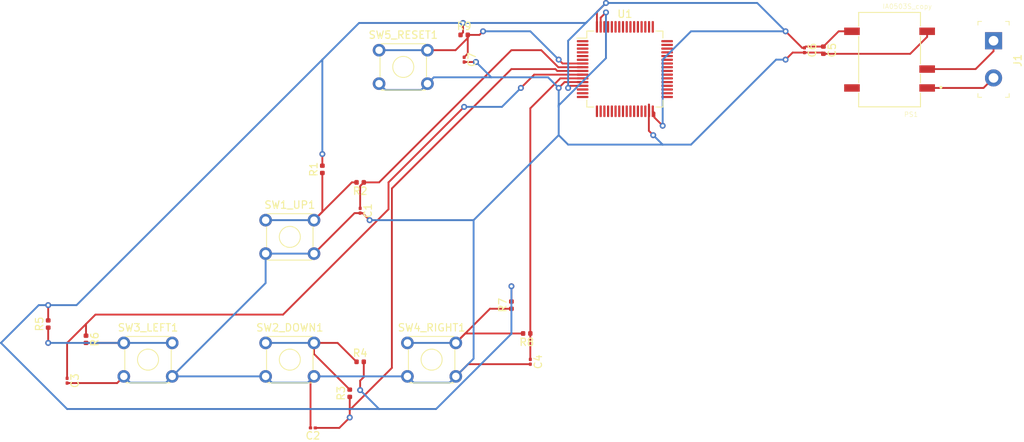
<source format=kicad_pcb>
(kicad_pcb (version 20171130) (host pcbnew "(5.1.4)-1")

  (general
    (thickness 1.6)
    (drawings 0)
    (tracks 229)
    (zones 0)
    (modules 24)
    (nets 68)
  )

  (page A4)
  (layers
    (0 F.Cu signal)
    (31 B.Cu signal)
    (32 B.Adhes user)
    (33 F.Adhes user)
    (34 B.Paste user)
    (35 F.Paste user)
    (36 B.SilkS user)
    (37 F.SilkS user)
    (38 B.Mask user)
    (39 F.Mask user)
    (40 Dwgs.User user)
    (41 Cmts.User user)
    (42 Eco1.User user)
    (43 Eco2.User user)
    (44 Edge.Cuts user)
    (45 Margin user)
    (46 B.CrtYd user)
    (47 F.CrtYd user)
    (48 B.Fab user)
    (49 F.Fab user)
  )

  (setup
    (last_trace_width 0.25)
    (trace_clearance 0.2)
    (zone_clearance 0.508)
    (zone_45_only no)
    (trace_min 0.2)
    (via_size 0.8)
    (via_drill 0.4)
    (via_min_size 0.4)
    (via_min_drill 0.3)
    (uvia_size 0.3)
    (uvia_drill 0.1)
    (uvias_allowed no)
    (uvia_min_size 0.2)
    (uvia_min_drill 0.1)
    (edge_width 0.05)
    (segment_width 0.2)
    (pcb_text_width 0.3)
    (pcb_text_size 1.5 1.5)
    (mod_edge_width 0.12)
    (mod_text_size 1 1)
    (mod_text_width 0.15)
    (pad_size 1.524 1.524)
    (pad_drill 0.762)
    (pad_to_mask_clearance 0.051)
    (solder_mask_min_width 0.25)
    (aux_axis_origin 0 0)
    (visible_elements 7FFFFFFF)
    (pcbplotparams
      (layerselection 0x010fc_ffffffff)
      (usegerberextensions false)
      (usegerberattributes false)
      (usegerberadvancedattributes false)
      (creategerberjobfile false)
      (excludeedgelayer true)
      (linewidth 0.100000)
      (plotframeref false)
      (viasonmask false)
      (mode 1)
      (useauxorigin false)
      (hpglpennumber 1)
      (hpglpenspeed 20)
      (hpglpendiameter 15.000000)
      (psnegative false)
      (psa4output false)
      (plotreference true)
      (plotvalue true)
      (plotinvisibletext false)
      (padsonsilk false)
      (subtractmaskfromsilk false)
      (outputformat 1)
      (mirror false)
      (drillshape 1)
      (scaleselection 1)
      (outputdirectory ""))
  )

  (net 0 "")
  (net 1 VDD)
  (net 2 GND)
  (net 3 PB9)
  (net 4 PB8)
  (net 5 BOOT0)
  (net 6 PB7)
  (net 7 PB6)
  (net 8 PB5)
  (net 9 PB4)
  (net 10 PB3)
  (net 11 PD2)
  (net 12 PC12)
  (net 13 PC11)
  (net 14 PC10)
  (net 15 PA15)
  (net 16 PA14)
  (net 17 PF7)
  (net 18 PF6)
  (net 19 PA13)
  (net 20 PA12)
  (net 21 PA11)
  (net 22 PA10)
  (net 23 PA9)
  (net 24 PA8)
  (net 25 PC9)
  (net 26 PC8)
  (net 27 PC7)
  (net 28 PC6)
  (net 29 PB15)
  (net 30 PB14)
  (net 31 PB13)
  (net 32 PB12)
  (net 33 PB11)
  (net 34 PB10)
  (net 35 PB2)
  (net 36 PB1)
  (net 37 PB0)
  (net 38 PC5)
  (net 39 PC4)
  (net 40 PA7)
  (net 41 PA6)
  (net 42 PA5)
  (net 43 PA4)
  (net 44 PF5)
  (net 45 PF4)
  (net 46 PA3)
  (net 47 PA2)
  (net 48 PA1)
  (net 49 PA0)
  (net 50 PC3)
  (net 51 PC2)
  (net 52 PC1)
  (net 53 PC0)
  (net 54 NRST)
  (net 55 PF1)
  (net 56 PF0)
  (net 57 PC15)
  (net 58 PC14)
  (net 59 PC13)
  (net 60 "Net-(U1-Pad1)")
  (net 61 "Net-(R1-Pad1)")
  (net 62 "Net-(R3-Pad2)")
  (net 63 "Net-(R5-Pad1)")
  (net 64 "Net-(R7-Pad1)")
  (net 65 GNDREF)
  (net 66 +5V)
  (net 67 "Net-(PS1-Pad8)")

  (net_class Default "This is the default net class."
    (clearance 0.2)
    (trace_width 0.25)
    (via_dia 0.8)
    (via_drill 0.4)
    (uvia_dia 0.3)
    (uvia_drill 0.1)
    (add_net +5V)
    (add_net BOOT0)
    (add_net GND)
    (add_net GNDREF)
    (add_net NRST)
    (add_net "Net-(PS1-Pad8)")
    (add_net "Net-(R1-Pad1)")
    (add_net "Net-(R3-Pad2)")
    (add_net "Net-(R5-Pad1)")
    (add_net "Net-(R7-Pad1)")
    (add_net "Net-(U1-Pad1)")
    (add_net PA0)
    (add_net PA1)
    (add_net PA10)
    (add_net PA11)
    (add_net PA12)
    (add_net PA13)
    (add_net PA14)
    (add_net PA15)
    (add_net PA2)
    (add_net PA3)
    (add_net PA4)
    (add_net PA5)
    (add_net PA6)
    (add_net PA7)
    (add_net PA8)
    (add_net PA9)
    (add_net PB0)
    (add_net PB1)
    (add_net PB10)
    (add_net PB11)
    (add_net PB12)
    (add_net PB13)
    (add_net PB14)
    (add_net PB15)
    (add_net PB2)
    (add_net PB3)
    (add_net PB4)
    (add_net PB5)
    (add_net PB6)
    (add_net PB7)
    (add_net PB8)
    (add_net PB9)
    (add_net PC0)
    (add_net PC1)
    (add_net PC10)
    (add_net PC11)
    (add_net PC12)
    (add_net PC13)
    (add_net PC14)
    (add_net PC15)
    (add_net PC2)
    (add_net PC3)
    (add_net PC4)
    (add_net PC5)
    (add_net PC6)
    (add_net PC7)
    (add_net PC8)
    (add_net PC9)
    (add_net PD2)
    (add_net PF0)
    (add_net PF1)
    (add_net PF4)
    (add_net PF5)
    (add_net PF6)
    (add_net PF7)
    (add_net VDD)
  )

  (module Package_QFP:LQFP-64_10x10mm_P0.5mm (layer F.Cu) (tedit 5C194D4E) (tstamp 5DD232BF)
    (at 232.41 20.32)
    (descr "LQFP, 64 Pin (https://www.analog.com/media/en/technical-documentation/data-sheets/ad7606_7606-6_7606-4.pdf), generated with kicad-footprint-generator ipc_gullwing_generator.py")
    (tags "LQFP QFP")
    (path /5DD1C311)
    (attr smd)
    (fp_text reference U1 (at 0 -7.4) (layer F.SilkS)
      (effects (font (size 1 1) (thickness 0.15)))
    )
    (fp_text value STM32F051R8Tx (at 0 7.4) (layer F.Fab)
      (effects (font (size 1 1) (thickness 0.15)))
    )
    (fp_text user %R (at 0 0) (layer F.Fab)
      (effects (font (size 1 1) (thickness 0.15)))
    )
    (fp_line (start 6.7 4.15) (end 6.7 0) (layer F.CrtYd) (width 0.05))
    (fp_line (start 5.25 4.15) (end 6.7 4.15) (layer F.CrtYd) (width 0.05))
    (fp_line (start 5.25 5.25) (end 5.25 4.15) (layer F.CrtYd) (width 0.05))
    (fp_line (start 4.15 5.25) (end 5.25 5.25) (layer F.CrtYd) (width 0.05))
    (fp_line (start 4.15 6.7) (end 4.15 5.25) (layer F.CrtYd) (width 0.05))
    (fp_line (start 0 6.7) (end 4.15 6.7) (layer F.CrtYd) (width 0.05))
    (fp_line (start -6.7 4.15) (end -6.7 0) (layer F.CrtYd) (width 0.05))
    (fp_line (start -5.25 4.15) (end -6.7 4.15) (layer F.CrtYd) (width 0.05))
    (fp_line (start -5.25 5.25) (end -5.25 4.15) (layer F.CrtYd) (width 0.05))
    (fp_line (start -4.15 5.25) (end -5.25 5.25) (layer F.CrtYd) (width 0.05))
    (fp_line (start -4.15 6.7) (end -4.15 5.25) (layer F.CrtYd) (width 0.05))
    (fp_line (start 0 6.7) (end -4.15 6.7) (layer F.CrtYd) (width 0.05))
    (fp_line (start 6.7 -4.15) (end 6.7 0) (layer F.CrtYd) (width 0.05))
    (fp_line (start 5.25 -4.15) (end 6.7 -4.15) (layer F.CrtYd) (width 0.05))
    (fp_line (start 5.25 -5.25) (end 5.25 -4.15) (layer F.CrtYd) (width 0.05))
    (fp_line (start 4.15 -5.25) (end 5.25 -5.25) (layer F.CrtYd) (width 0.05))
    (fp_line (start 4.15 -6.7) (end 4.15 -5.25) (layer F.CrtYd) (width 0.05))
    (fp_line (start 0 -6.7) (end 4.15 -6.7) (layer F.CrtYd) (width 0.05))
    (fp_line (start -6.7 -4.15) (end -6.7 0) (layer F.CrtYd) (width 0.05))
    (fp_line (start -5.25 -4.15) (end -6.7 -4.15) (layer F.CrtYd) (width 0.05))
    (fp_line (start -5.25 -5.25) (end -5.25 -4.15) (layer F.CrtYd) (width 0.05))
    (fp_line (start -4.15 -5.25) (end -5.25 -5.25) (layer F.CrtYd) (width 0.05))
    (fp_line (start -4.15 -6.7) (end -4.15 -5.25) (layer F.CrtYd) (width 0.05))
    (fp_line (start 0 -6.7) (end -4.15 -6.7) (layer F.CrtYd) (width 0.05))
    (fp_line (start -5 -4) (end -4 -5) (layer F.Fab) (width 0.1))
    (fp_line (start -5 5) (end -5 -4) (layer F.Fab) (width 0.1))
    (fp_line (start 5 5) (end -5 5) (layer F.Fab) (width 0.1))
    (fp_line (start 5 -5) (end 5 5) (layer F.Fab) (width 0.1))
    (fp_line (start -4 -5) (end 5 -5) (layer F.Fab) (width 0.1))
    (fp_line (start -5.11 -4.16) (end -6.45 -4.16) (layer F.SilkS) (width 0.12))
    (fp_line (start -5.11 -5.11) (end -5.11 -4.16) (layer F.SilkS) (width 0.12))
    (fp_line (start -4.16 -5.11) (end -5.11 -5.11) (layer F.SilkS) (width 0.12))
    (fp_line (start 5.11 -5.11) (end 5.11 -4.16) (layer F.SilkS) (width 0.12))
    (fp_line (start 4.16 -5.11) (end 5.11 -5.11) (layer F.SilkS) (width 0.12))
    (fp_line (start -5.11 5.11) (end -5.11 4.16) (layer F.SilkS) (width 0.12))
    (fp_line (start -4.16 5.11) (end -5.11 5.11) (layer F.SilkS) (width 0.12))
    (fp_line (start 5.11 5.11) (end 5.11 4.16) (layer F.SilkS) (width 0.12))
    (fp_line (start 4.16 5.11) (end 5.11 5.11) (layer F.SilkS) (width 0.12))
    (pad 64 smd roundrect (at -3.75 -5.675) (size 0.3 1.55) (layers F.Cu F.Paste F.Mask) (roundrect_rratio 0.25)
      (net 1 VDD))
    (pad 63 smd roundrect (at -3.25 -5.675) (size 0.3 1.55) (layers F.Cu F.Paste F.Mask) (roundrect_rratio 0.25)
      (net 2 GND))
    (pad 62 smd roundrect (at -2.75 -5.675) (size 0.3 1.55) (layers F.Cu F.Paste F.Mask) (roundrect_rratio 0.25)
      (net 3 PB9))
    (pad 61 smd roundrect (at -2.25 -5.675) (size 0.3 1.55) (layers F.Cu F.Paste F.Mask) (roundrect_rratio 0.25)
      (net 4 PB8))
    (pad 60 smd roundrect (at -1.75 -5.675) (size 0.3 1.55) (layers F.Cu F.Paste F.Mask) (roundrect_rratio 0.25)
      (net 5 BOOT0))
    (pad 59 smd roundrect (at -1.25 -5.675) (size 0.3 1.55) (layers F.Cu F.Paste F.Mask) (roundrect_rratio 0.25)
      (net 6 PB7))
    (pad 58 smd roundrect (at -0.75 -5.675) (size 0.3 1.55) (layers F.Cu F.Paste F.Mask) (roundrect_rratio 0.25)
      (net 7 PB6))
    (pad 57 smd roundrect (at -0.25 -5.675) (size 0.3 1.55) (layers F.Cu F.Paste F.Mask) (roundrect_rratio 0.25)
      (net 8 PB5))
    (pad 56 smd roundrect (at 0.25 -5.675) (size 0.3 1.55) (layers F.Cu F.Paste F.Mask) (roundrect_rratio 0.25)
      (net 9 PB4))
    (pad 55 smd roundrect (at 0.75 -5.675) (size 0.3 1.55) (layers F.Cu F.Paste F.Mask) (roundrect_rratio 0.25)
      (net 10 PB3))
    (pad 54 smd roundrect (at 1.25 -5.675) (size 0.3 1.55) (layers F.Cu F.Paste F.Mask) (roundrect_rratio 0.25)
      (net 11 PD2))
    (pad 53 smd roundrect (at 1.75 -5.675) (size 0.3 1.55) (layers F.Cu F.Paste F.Mask) (roundrect_rratio 0.25)
      (net 12 PC12))
    (pad 52 smd roundrect (at 2.25 -5.675) (size 0.3 1.55) (layers F.Cu F.Paste F.Mask) (roundrect_rratio 0.25)
      (net 13 PC11))
    (pad 51 smd roundrect (at 2.75 -5.675) (size 0.3 1.55) (layers F.Cu F.Paste F.Mask) (roundrect_rratio 0.25)
      (net 14 PC10))
    (pad 50 smd roundrect (at 3.25 -5.675) (size 0.3 1.55) (layers F.Cu F.Paste F.Mask) (roundrect_rratio 0.25)
      (net 15 PA15))
    (pad 49 smd roundrect (at 3.75 -5.675) (size 0.3 1.55) (layers F.Cu F.Paste F.Mask) (roundrect_rratio 0.25)
      (net 16 PA14))
    (pad 48 smd roundrect (at 5.675 -3.75) (size 1.55 0.3) (layers F.Cu F.Paste F.Mask) (roundrect_rratio 0.25)
      (net 17 PF7))
    (pad 47 smd roundrect (at 5.675 -3.25) (size 1.55 0.3) (layers F.Cu F.Paste F.Mask) (roundrect_rratio 0.25)
      (net 18 PF6))
    (pad 46 smd roundrect (at 5.675 -2.75) (size 1.55 0.3) (layers F.Cu F.Paste F.Mask) (roundrect_rratio 0.25)
      (net 19 PA13))
    (pad 45 smd roundrect (at 5.675 -2.25) (size 1.55 0.3) (layers F.Cu F.Paste F.Mask) (roundrect_rratio 0.25)
      (net 20 PA12))
    (pad 44 smd roundrect (at 5.675 -1.75) (size 1.55 0.3) (layers F.Cu F.Paste F.Mask) (roundrect_rratio 0.25)
      (net 21 PA11))
    (pad 43 smd roundrect (at 5.675 -1.25) (size 1.55 0.3) (layers F.Cu F.Paste F.Mask) (roundrect_rratio 0.25)
      (net 22 PA10))
    (pad 42 smd roundrect (at 5.675 -0.75) (size 1.55 0.3) (layers F.Cu F.Paste F.Mask) (roundrect_rratio 0.25)
      (net 23 PA9))
    (pad 41 smd roundrect (at 5.675 -0.25) (size 1.55 0.3) (layers F.Cu F.Paste F.Mask) (roundrect_rratio 0.25)
      (net 24 PA8))
    (pad 40 smd roundrect (at 5.675 0.25) (size 1.55 0.3) (layers F.Cu F.Paste F.Mask) (roundrect_rratio 0.25)
      (net 25 PC9))
    (pad 39 smd roundrect (at 5.675 0.75) (size 1.55 0.3) (layers F.Cu F.Paste F.Mask) (roundrect_rratio 0.25)
      (net 26 PC8))
    (pad 38 smd roundrect (at 5.675 1.25) (size 1.55 0.3) (layers F.Cu F.Paste F.Mask) (roundrect_rratio 0.25)
      (net 27 PC7))
    (pad 37 smd roundrect (at 5.675 1.75) (size 1.55 0.3) (layers F.Cu F.Paste F.Mask) (roundrect_rratio 0.25)
      (net 28 PC6))
    (pad 36 smd roundrect (at 5.675 2.25) (size 1.55 0.3) (layers F.Cu F.Paste F.Mask) (roundrect_rratio 0.25)
      (net 29 PB15))
    (pad 35 smd roundrect (at 5.675 2.75) (size 1.55 0.3) (layers F.Cu F.Paste F.Mask) (roundrect_rratio 0.25)
      (net 30 PB14))
    (pad 34 smd roundrect (at 5.675 3.25) (size 1.55 0.3) (layers F.Cu F.Paste F.Mask) (roundrect_rratio 0.25)
      (net 31 PB13))
    (pad 33 smd roundrect (at 5.675 3.75) (size 1.55 0.3) (layers F.Cu F.Paste F.Mask) (roundrect_rratio 0.25)
      (net 32 PB12))
    (pad 32 smd roundrect (at 3.75 5.675) (size 0.3 1.55) (layers F.Cu F.Paste F.Mask) (roundrect_rratio 0.25)
      (net 1 VDD))
    (pad 31 smd roundrect (at 3.25 5.675) (size 0.3 1.55) (layers F.Cu F.Paste F.Mask) (roundrect_rratio 0.25)
      (net 2 GND))
    (pad 30 smd roundrect (at 2.75 5.675) (size 0.3 1.55) (layers F.Cu F.Paste F.Mask) (roundrect_rratio 0.25)
      (net 33 PB11))
    (pad 29 smd roundrect (at 2.25 5.675) (size 0.3 1.55) (layers F.Cu F.Paste F.Mask) (roundrect_rratio 0.25)
      (net 34 PB10))
    (pad 28 smd roundrect (at 1.75 5.675) (size 0.3 1.55) (layers F.Cu F.Paste F.Mask) (roundrect_rratio 0.25)
      (net 35 PB2))
    (pad 27 smd roundrect (at 1.25 5.675) (size 0.3 1.55) (layers F.Cu F.Paste F.Mask) (roundrect_rratio 0.25)
      (net 36 PB1))
    (pad 26 smd roundrect (at 0.75 5.675) (size 0.3 1.55) (layers F.Cu F.Paste F.Mask) (roundrect_rratio 0.25)
      (net 37 PB0))
    (pad 25 smd roundrect (at 0.25 5.675) (size 0.3 1.55) (layers F.Cu F.Paste F.Mask) (roundrect_rratio 0.25)
      (net 38 PC5))
    (pad 24 smd roundrect (at -0.25 5.675) (size 0.3 1.55) (layers F.Cu F.Paste F.Mask) (roundrect_rratio 0.25)
      (net 39 PC4))
    (pad 23 smd roundrect (at -0.75 5.675) (size 0.3 1.55) (layers F.Cu F.Paste F.Mask) (roundrect_rratio 0.25)
      (net 40 PA7))
    (pad 22 smd roundrect (at -1.25 5.675) (size 0.3 1.55) (layers F.Cu F.Paste F.Mask) (roundrect_rratio 0.25)
      (net 41 PA6))
    (pad 21 smd roundrect (at -1.75 5.675) (size 0.3 1.55) (layers F.Cu F.Paste F.Mask) (roundrect_rratio 0.25)
      (net 42 PA5))
    (pad 20 smd roundrect (at -2.25 5.675) (size 0.3 1.55) (layers F.Cu F.Paste F.Mask) (roundrect_rratio 0.25)
      (net 43 PA4))
    (pad 19 smd roundrect (at -2.75 5.675) (size 0.3 1.55) (layers F.Cu F.Paste F.Mask) (roundrect_rratio 0.25)
      (net 44 PF5))
    (pad 18 smd roundrect (at -3.25 5.675) (size 0.3 1.55) (layers F.Cu F.Paste F.Mask) (roundrect_rratio 0.25)
      (net 45 PF4))
    (pad 17 smd roundrect (at -3.75 5.675) (size 0.3 1.55) (layers F.Cu F.Paste F.Mask) (roundrect_rratio 0.25)
      (net 46 PA3))
    (pad 16 smd roundrect (at -5.675 3.75) (size 1.55 0.3) (layers F.Cu F.Paste F.Mask) (roundrect_rratio 0.25)
      (net 47 PA2))
    (pad 15 smd roundrect (at -5.675 3.25) (size 1.55 0.3) (layers F.Cu F.Paste F.Mask) (roundrect_rratio 0.25)
      (net 48 PA1))
    (pad 14 smd roundrect (at -5.675 2.75) (size 1.55 0.3) (layers F.Cu F.Paste F.Mask) (roundrect_rratio 0.25)
      (net 49 PA0))
    (pad 13 smd roundrect (at -5.675 2.25) (size 1.55 0.3) (layers F.Cu F.Paste F.Mask) (roundrect_rratio 0.25)
      (net 1 VDD))
    (pad 12 smd roundrect (at -5.675 1.75) (size 1.55 0.3) (layers F.Cu F.Paste F.Mask) (roundrect_rratio 0.25)
      (net 2 GND))
    (pad 11 smd roundrect (at -5.675 1.25) (size 1.55 0.3) (layers F.Cu F.Paste F.Mask) (roundrect_rratio 0.25)
      (net 50 PC3))
    (pad 10 smd roundrect (at -5.675 0.75) (size 1.55 0.3) (layers F.Cu F.Paste F.Mask) (roundrect_rratio 0.25)
      (net 51 PC2))
    (pad 9 smd roundrect (at -5.675 0.25) (size 1.55 0.3) (layers F.Cu F.Paste F.Mask) (roundrect_rratio 0.25)
      (net 52 PC1))
    (pad 8 smd roundrect (at -5.675 -0.25) (size 1.55 0.3) (layers F.Cu F.Paste F.Mask) (roundrect_rratio 0.25)
      (net 53 PC0))
    (pad 7 smd roundrect (at -5.675 -0.75) (size 1.55 0.3) (layers F.Cu F.Paste F.Mask) (roundrect_rratio 0.25)
      (net 54 NRST))
    (pad 6 smd roundrect (at -5.675 -1.25) (size 1.55 0.3) (layers F.Cu F.Paste F.Mask) (roundrect_rratio 0.25)
      (net 55 PF1))
    (pad 5 smd roundrect (at -5.675 -1.75) (size 1.55 0.3) (layers F.Cu F.Paste F.Mask) (roundrect_rratio 0.25)
      (net 56 PF0))
    (pad 4 smd roundrect (at -5.675 -2.25) (size 1.55 0.3) (layers F.Cu F.Paste F.Mask) (roundrect_rratio 0.25)
      (net 57 PC15))
    (pad 3 smd roundrect (at -5.675 -2.75) (size 1.55 0.3) (layers F.Cu F.Paste F.Mask) (roundrect_rratio 0.25)
      (net 58 PC14))
    (pad 2 smd roundrect (at -5.675 -3.25) (size 1.55 0.3) (layers F.Cu F.Paste F.Mask) (roundrect_rratio 0.25)
      (net 59 PC13))
    (pad 1 smd roundrect (at -5.675 -3.75) (size 1.55 0.3) (layers F.Cu F.Paste F.Mask) (roundrect_rratio 0.25)
      (net 60 "Net-(U1-Pad1)"))
    (model ${KISYS3DMOD}/Package_QFP.3dshapes/LQFP-64_10x10mm_P0.5mm.wrl
      (at (xyz 0 0 0))
      (scale (xyz 1 1 1))
      (rotate (xyz 0 0 0))
    )
  )

  (module PDS1-S3-S3-M_1:CONV_PDS1-S3-S3-M (layer F.Cu) (tedit 0) (tstamp 5DD32B21)
    (at 267.97 19.05 180)
    (path /5DD39D7E)
    (attr smd)
    (fp_text reference PS1 (at -2.88986 -7.37584) (layer F.SilkS)
      (effects (font (size 0.643442 0.643442) (thickness 0.05)))
    )
    (fp_text value IA0503S_copy (at -2.37819 7.15428) (layer F.SilkS)
      (effects (font (size 0.642757 0.642757) (thickness 0.05)))
    )
    (fp_line (start -4.15 6.35) (end -4.15 4.5) (layer F.SilkS) (width 0.127))
    (fp_circle (center -6.9 -3.73) (end -6.8 -3.73) (layer Eco2.User) (width 0.2))
    (fp_circle (center -6.9 -3.73) (end -6.8 -3.73) (layer F.SilkS) (width 0.2))
    (fp_line (start 4.15 -6.35) (end 4.15 -4.49) (layer F.SilkS) (width 0.127))
    (fp_line (start 4.15 3.12) (end 4.15 -3.13) (layer F.SilkS) (width 0.127))
    (fp_line (start 4.15 6.35) (end 4.15 4.49) (layer F.SilkS) (width 0.127))
    (fp_line (start -4.15 -0.58) (end -4.15 3.12) (layer F.SilkS) (width 0.127))
    (fp_line (start -4.15 -3.13) (end -4.15 -1.95) (layer F.SilkS) (width 0.127))
    (fp_line (start -4.15 -6.35) (end -4.15 -4.49) (layer F.SilkS) (width 0.127))
    (fp_line (start -4.4 -4.58) (end -4.4 -6.6) (layer Eco1.User) (width 0.05))
    (fp_line (start -6.35 -4.58) (end -4.4 -4.58) (layer Eco1.User) (width 0.05))
    (fp_line (start -6.35 4.58) (end -6.35 -4.58) (layer Eco1.User) (width 0.05))
    (fp_line (start -4.4 4.58) (end -6.35 4.58) (layer Eco1.User) (width 0.05))
    (fp_line (start -4.4 6.6) (end -4.4 4.58) (layer Eco1.User) (width 0.05))
    (fp_line (start 4.4 6.6) (end -4.4 6.6) (layer Eco1.User) (width 0.05))
    (fp_line (start 4.4 4.57) (end 4.4 6.6) (layer Eco1.User) (width 0.05))
    (fp_line (start 6.35 4.57) (end 4.4 4.57) (layer Eco1.User) (width 0.05))
    (fp_line (start 6.35 -4.58) (end 6.35 4.57) (layer Eco1.User) (width 0.05))
    (fp_line (start 4.4 -4.58) (end 6.35 -4.58) (layer Eco1.User) (width 0.05))
    (fp_line (start 4.4 -6.6) (end 4.4 -4.58) (layer Eco1.User) (width 0.05))
    (fp_line (start -4.4 -6.6) (end 4.4 -6.6) (layer Eco1.User) (width 0.05))
    (fp_line (start 4.15 6.35) (end -4.15 6.35) (layer F.SilkS) (width 0.127))
    (fp_line (start -4.15 -6.35) (end 4.15 -6.35) (layer F.SilkS) (width 0.127))
    (fp_line (start -4.15 6.35) (end -4.15 -6.35) (layer Eco2.User) (width 0.127))
    (fp_line (start 4.15 6.35) (end -4.15 6.35) (layer Eco2.User) (width 0.127))
    (fp_line (start 4.15 -6.35) (end 4.15 6.35) (layer Eco2.User) (width 0.127))
    (fp_line (start -4.15 -6.35) (end 4.15 -6.35) (layer Eco2.User) (width 0.127))
    (pad 8 smd rect (at 5.05 -3.81 180) (size 2.1 1) (layers F.Cu F.Paste F.Mask)
      (net 67 "Net-(PS1-Pad8)"))
    (pad 5 smd rect (at 5.05 3.81 180) (size 2.1 1) (layers F.Cu F.Paste F.Mask)
      (net 1 VDD))
    (pad 4 smd rect (at -5.05 3.81 180) (size 2.1 1) (layers F.Cu F.Paste F.Mask)
      (net 2 GND))
    (pad 2 smd rect (at -5.05 -1.27 180) (size 2.1 1) (layers F.Cu F.Paste F.Mask)
      (net 65 GNDREF))
    (pad 1 smd rect (at -5.05 -3.81 180) (size 2.1 1) (layers F.Cu F.Paste F.Mask)
      (net 66 +5V))
  )

  (module digikey-footprints:Terminal_Block_D1.3mm_P5mm (layer F.Cu) (tedit 5D419995) (tstamp 5DD32AFD)
    (at 281.94 16.51 270)
    (descr https://media.digikey.com/pdf/Data%20Sheets/Phoenix%20Contact%20PDFs/1935161.pdf)
    (path /5DD699C7)
    (fp_text reference J1 (at 2.65 -3.25 90) (layer F.SilkS)
      (effects (font (size 1 1) (thickness 0.15)))
    )
    (fp_text value 1935161 (at 2.35 3.6 90) (layer F.Fab)
      (effects (font (size 1 1) (thickness 0.15)))
    )
    (fp_line (start -2.5 -2) (end 7.5 -2) (layer F.Fab) (width 0.1))
    (fp_line (start -2.5 -2) (end -2.5 2) (layer F.Fab) (width 0.1))
    (fp_line (start 7.5 -2) (end 7.5 2) (layer F.Fab) (width 0.1))
    (fp_line (start -2.5 2) (end 7.5 2) (layer F.Fab) (width 0.1))
    (fp_line (start 7.6 -2.1) (end 7.1 -2.1) (layer F.SilkS) (width 0.1))
    (fp_line (start 7.6 -2.1) (end 7.6 -1.6) (layer F.SilkS) (width 0.1))
    (fp_line (start 7.6 2.1) (end 7.6 1.6) (layer F.SilkS) (width 0.1))
    (fp_line (start 7.6 2.1) (end 7.1 2.1) (layer F.SilkS) (width 0.1))
    (fp_line (start -2.6 2.1) (end -2.1 2.1) (layer F.SilkS) (width 0.1))
    (fp_line (start -2.6 2.1) (end -2.6 1.6) (layer F.SilkS) (width 0.1))
    (fp_line (start -2.6 -2.1) (end -2.1 -2.1) (layer F.SilkS) (width 0.1))
    (fp_line (start -2.6 -2.1) (end -2.6 -1.6) (layer F.SilkS) (width 0.1))
    (fp_line (start -2.75 -2.25) (end 7.75 -2.25) (layer F.CrtYd) (width 0.05))
    (fp_line (start -2.75 -2.25) (end -2.75 2.25) (layer F.CrtYd) (width 0.05))
    (fp_line (start -2.75 2.25) (end 7.75 2.25) (layer F.CrtYd) (width 0.05))
    (fp_line (start 7.75 -2.25) (end 7.75 2.25) (layer F.CrtYd) (width 0.05))
    (fp_text user %R (at 2.3 0 90) (layer F.Fab)
      (effects (font (size 1 1) (thickness 0.15)))
    )
    (pad 2 thru_hole circle (at 5 0 270) (size 2.3 2.3) (drill 1.3) (layers *.Cu *.Mask)
      (net 66 +5V))
    (pad 1 thru_hole rect (at 0 0 270) (size 2.3 2.3) (drill 1.3) (layers *.Cu *.Mask)
      (net 65 GNDREF))
  )

  (module Capacitor_SMD:C_0402_1005Metric (layer F.Cu) (tedit 5B301BBE) (tstamp 5DD24034)
    (at 259.08 17.78 270)
    (descr "Capacitor SMD 0402 (1005 Metric), square (rectangular) end terminal, IPC_7351 nominal, (Body size source: http://www.tortai-tech.com/upload/download/2011102023233369053.pdf), generated with kicad-footprint-generator")
    (tags capacitor)
    (path /5DD1E8EF)
    (attr smd)
    (fp_text reference C5 (at 0 -1.17 90) (layer F.SilkS)
      (effects (font (size 1 1) (thickness 0.15)))
    )
    (fp_text value 1uF (at 0 1.17 90) (layer F.Fab)
      (effects (font (size 1 1) (thickness 0.15)))
    )
    (fp_text user %R (at 0 0 90) (layer F.Fab)
      (effects (font (size 0.25 0.25) (thickness 0.04)))
    )
    (fp_line (start 0.93 0.47) (end -0.93 0.47) (layer F.CrtYd) (width 0.05))
    (fp_line (start 0.93 -0.47) (end 0.93 0.47) (layer F.CrtYd) (width 0.05))
    (fp_line (start -0.93 -0.47) (end 0.93 -0.47) (layer F.CrtYd) (width 0.05))
    (fp_line (start -0.93 0.47) (end -0.93 -0.47) (layer F.CrtYd) (width 0.05))
    (fp_line (start 0.5 0.25) (end -0.5 0.25) (layer F.Fab) (width 0.1))
    (fp_line (start 0.5 -0.25) (end 0.5 0.25) (layer F.Fab) (width 0.1))
    (fp_line (start -0.5 -0.25) (end 0.5 -0.25) (layer F.Fab) (width 0.1))
    (fp_line (start -0.5 0.25) (end -0.5 -0.25) (layer F.Fab) (width 0.1))
    (pad 2 smd roundrect (at 0.485 0 270) (size 0.59 0.64) (layers F.Cu F.Paste F.Mask) (roundrect_rratio 0.25)
      (net 2 GND))
    (pad 1 smd roundrect (at -0.485 0 270) (size 0.59 0.64) (layers F.Cu F.Paste F.Mask) (roundrect_rratio 0.25)
      (net 1 VDD))
    (model ${KISYS3DMOD}/Capacitor_SMD.3dshapes/C_0402_1005Metric.wrl
      (at (xyz 0 0 0))
      (scale (xyz 1 1 1))
      (rotate (xyz 0 0 0))
    )
  )

  (module Button_Switch_THT:SW_TH_Tactile_Omron_B3F-10xx (layer F.Cu) (tedit 5A02FE31) (tstamp 5DD2414B)
    (at 199.39 17.78)
    (descr SW_TH_Tactile_Omron_B3F-10xx_https://www.omron.com/ecb/products/pdf/en-b3f.pdf)
    (tags "Omron B3F-10xx")
    (path /5DDED58C)
    (fp_text reference SW5_RESET1 (at 3.25 -2.05) (layer F.SilkS)
      (effects (font (size 1 1) (thickness 0.15)))
    )
    (fp_text value SW_Push_Dual (at 3.2 6.5) (layer F.Fab)
      (effects (font (size 1 1) (thickness 0.15)))
    )
    (fp_line (start 0.25 5.25) (end 6.25 5.25) (layer F.Fab) (width 0.1))
    (fp_line (start 6.37 0.91) (end 6.37 3.59) (layer F.SilkS) (width 0.12))
    (fp_line (start 0.13 3.59) (end 0.13 0.91) (layer F.SilkS) (width 0.12))
    (fp_line (start 0.28 -0.87) (end 6.22 -0.87) (layer F.SilkS) (width 0.12))
    (fp_line (start 0.28 5.37) (end 6.22 5.37) (layer F.SilkS) (width 0.12))
    (fp_circle (center 3.25 2.25) (end 4.25 3.25) (layer F.SilkS) (width 0.12))
    (fp_line (start -1.1 -1.15) (end -1.1 5.6) (layer F.CrtYd) (width 0.05))
    (fp_line (start -1.1 5.6) (end 7.6 5.6) (layer F.CrtYd) (width 0.05))
    (fp_line (start 7.6 5.6) (end 7.6 -1.1) (layer F.CrtYd) (width 0.05))
    (fp_line (start 7.65 -1.15) (end -1.1 -1.15) (layer F.CrtYd) (width 0.05))
    (fp_text user %R (at 3.25 2.25) (layer F.Fab)
      (effects (font (size 1 1) (thickness 0.15)))
    )
    (fp_line (start 0.25 -0.75) (end 6.25 -0.75) (layer F.Fab) (width 0.1))
    (fp_line (start 6.25 -0.75) (end 6.25 5.25) (layer F.Fab) (width 0.1))
    (fp_line (start 0.25 -0.75) (end 0.25 5.25) (layer F.Fab) (width 0.1))
    (pad 1 thru_hole circle (at 0 0) (size 1.7 1.7) (drill 1) (layers *.Cu *.Mask)
      (net 54 NRST))
    (pad 2 thru_hole circle (at 6.5 0) (size 1.7 1.7) (drill 1) (layers *.Cu *.Mask)
      (net 54 NRST))
    (pad 3 thru_hole circle (at 0 4.5) (size 1.7 1.7) (drill 1) (layers *.Cu *.Mask)
      (net 2 GND))
    (pad 4 thru_hole circle (at 6.5 4.5) (size 1.7 1.7) (drill 1) (layers *.Cu *.Mask)
      (net 2 GND))
    (model ${KISYS3DMOD}/Button_Switch_THT.3dshapes/SW_TH_Tactile_Omron_B3F-10xx.wrl
      (at (xyz 0 0 0))
      (scale (xyz 1 1 1))
      (rotate (xyz 0 0 0))
    )
  )

  (module Button_Switch_THT:SW_TH_Tactile_Omron_B3F-10xx (layer F.Cu) (tedit 5A02FE31) (tstamp 5DD24135)
    (at 203.2 57.15)
    (descr SW_TH_Tactile_Omron_B3F-10xx_https://www.omron.com/ecb/products/pdf/en-b3f.pdf)
    (tags "Omron B3F-10xx")
    (path /5DD790E9)
    (fp_text reference SW4_RIGHT1 (at 3.25 -2.05) (layer F.SilkS)
      (effects (font (size 1 1) (thickness 0.15)))
    )
    (fp_text value SW_Push_Dual (at 3.2 6.5) (layer F.Fab)
      (effects (font (size 1 1) (thickness 0.15)))
    )
    (fp_line (start 0.25 5.25) (end 6.25 5.25) (layer F.Fab) (width 0.1))
    (fp_line (start 6.37 0.91) (end 6.37 3.59) (layer F.SilkS) (width 0.12))
    (fp_line (start 0.13 3.59) (end 0.13 0.91) (layer F.SilkS) (width 0.12))
    (fp_line (start 0.28 -0.87) (end 6.22 -0.87) (layer F.SilkS) (width 0.12))
    (fp_line (start 0.28 5.37) (end 6.22 5.37) (layer F.SilkS) (width 0.12))
    (fp_circle (center 3.25 2.25) (end 4.25 3.25) (layer F.SilkS) (width 0.12))
    (fp_line (start -1.1 -1.15) (end -1.1 5.6) (layer F.CrtYd) (width 0.05))
    (fp_line (start -1.1 5.6) (end 7.6 5.6) (layer F.CrtYd) (width 0.05))
    (fp_line (start 7.6 5.6) (end 7.6 -1.1) (layer F.CrtYd) (width 0.05))
    (fp_line (start 7.65 -1.15) (end -1.1 -1.15) (layer F.CrtYd) (width 0.05))
    (fp_text user %R (at 3.25 2.25) (layer F.Fab)
      (effects (font (size 1 1) (thickness 0.15)))
    )
    (fp_line (start 0.25 -0.75) (end 6.25 -0.75) (layer F.Fab) (width 0.1))
    (fp_line (start 6.25 -0.75) (end 6.25 5.25) (layer F.Fab) (width 0.1))
    (fp_line (start 0.25 -0.75) (end 0.25 5.25) (layer F.Fab) (width 0.1))
    (pad 1 thru_hole circle (at 0 0) (size 1.7 1.7) (drill 1) (layers *.Cu *.Mask)
      (net 64 "Net-(R7-Pad1)"))
    (pad 2 thru_hole circle (at 6.5 0) (size 1.7 1.7) (drill 1) (layers *.Cu *.Mask)
      (net 64 "Net-(R7-Pad1)"))
    (pad 3 thru_hole circle (at 0 4.5) (size 1.7 1.7) (drill 1) (layers *.Cu *.Mask)
      (net 2 GND))
    (pad 4 thru_hole circle (at 6.5 4.5) (size 1.7 1.7) (drill 1) (layers *.Cu *.Mask)
      (net 2 GND))
    (model ${KISYS3DMOD}/Button_Switch_THT.3dshapes/SW_TH_Tactile_Omron_B3F-10xx.wrl
      (at (xyz 0 0 0))
      (scale (xyz 1 1 1))
      (rotate (xyz 0 0 0))
    )
  )

  (module Button_Switch_THT:SW_TH_Tactile_Omron_B3F-10xx (layer F.Cu) (tedit 5A02FE31) (tstamp 5DD2411F)
    (at 165.1 57.15)
    (descr SW_TH_Tactile_Omron_B3F-10xx_https://www.omron.com/ecb/products/pdf/en-b3f.pdf)
    (tags "Omron B3F-10xx")
    (path /5DD7BC4C)
    (fp_text reference SW3_LEFT1 (at 3.25 -2.05) (layer F.SilkS)
      (effects (font (size 1 1) (thickness 0.15)))
    )
    (fp_text value SW_Push_Dual (at 3.2 6.5) (layer F.Fab)
      (effects (font (size 1 1) (thickness 0.15)))
    )
    (fp_line (start 0.25 5.25) (end 6.25 5.25) (layer F.Fab) (width 0.1))
    (fp_line (start 6.37 0.91) (end 6.37 3.59) (layer F.SilkS) (width 0.12))
    (fp_line (start 0.13 3.59) (end 0.13 0.91) (layer F.SilkS) (width 0.12))
    (fp_line (start 0.28 -0.87) (end 6.22 -0.87) (layer F.SilkS) (width 0.12))
    (fp_line (start 0.28 5.37) (end 6.22 5.37) (layer F.SilkS) (width 0.12))
    (fp_circle (center 3.25 2.25) (end 4.25 3.25) (layer F.SilkS) (width 0.12))
    (fp_line (start -1.1 -1.15) (end -1.1 5.6) (layer F.CrtYd) (width 0.05))
    (fp_line (start -1.1 5.6) (end 7.6 5.6) (layer F.CrtYd) (width 0.05))
    (fp_line (start 7.6 5.6) (end 7.6 -1.1) (layer F.CrtYd) (width 0.05))
    (fp_line (start 7.65 -1.15) (end -1.1 -1.15) (layer F.CrtYd) (width 0.05))
    (fp_text user %R (at 3.25 2.25) (layer F.Fab)
      (effects (font (size 1 1) (thickness 0.15)))
    )
    (fp_line (start 0.25 -0.75) (end 6.25 -0.75) (layer F.Fab) (width 0.1))
    (fp_line (start 6.25 -0.75) (end 6.25 5.25) (layer F.Fab) (width 0.1))
    (fp_line (start 0.25 -0.75) (end 0.25 5.25) (layer F.Fab) (width 0.1))
    (pad 1 thru_hole circle (at 0 0) (size 1.7 1.7) (drill 1) (layers *.Cu *.Mask)
      (net 63 "Net-(R5-Pad1)"))
    (pad 2 thru_hole circle (at 6.5 0) (size 1.7 1.7) (drill 1) (layers *.Cu *.Mask)
      (net 63 "Net-(R5-Pad1)"))
    (pad 3 thru_hole circle (at 0 4.5) (size 1.7 1.7) (drill 1) (layers *.Cu *.Mask)
      (net 2 GND))
    (pad 4 thru_hole circle (at 6.5 4.5) (size 1.7 1.7) (drill 1) (layers *.Cu *.Mask)
      (net 2 GND))
    (model ${KISYS3DMOD}/Button_Switch_THT.3dshapes/SW_TH_Tactile_Omron_B3F-10xx.wrl
      (at (xyz 0 0 0))
      (scale (xyz 1 1 1))
      (rotate (xyz 0 0 0))
    )
  )

  (module Button_Switch_THT:SW_TH_Tactile_Omron_B3F-10xx (layer F.Cu) (tedit 5A02FE31) (tstamp 5DD24109)
    (at 184.15 57.15)
    (descr SW_TH_Tactile_Omron_B3F-10xx_https://www.omron.com/ecb/products/pdf/en-b3f.pdf)
    (tags "Omron B3F-10xx")
    (path /5DD75233)
    (fp_text reference SW2_DOWN1 (at 3.25 -2.05) (layer F.SilkS)
      (effects (font (size 1 1) (thickness 0.15)))
    )
    (fp_text value SW_Push_Dual (at 3.2 6.5) (layer F.Fab)
      (effects (font (size 1 1) (thickness 0.15)))
    )
    (fp_line (start 0.25 5.25) (end 6.25 5.25) (layer F.Fab) (width 0.1))
    (fp_line (start 6.37 0.91) (end 6.37 3.59) (layer F.SilkS) (width 0.12))
    (fp_line (start 0.13 3.59) (end 0.13 0.91) (layer F.SilkS) (width 0.12))
    (fp_line (start 0.28 -0.87) (end 6.22 -0.87) (layer F.SilkS) (width 0.12))
    (fp_line (start 0.28 5.37) (end 6.22 5.37) (layer F.SilkS) (width 0.12))
    (fp_circle (center 3.25 2.25) (end 4.25 3.25) (layer F.SilkS) (width 0.12))
    (fp_line (start -1.1 -1.15) (end -1.1 5.6) (layer F.CrtYd) (width 0.05))
    (fp_line (start -1.1 5.6) (end 7.6 5.6) (layer F.CrtYd) (width 0.05))
    (fp_line (start 7.6 5.6) (end 7.6 -1.1) (layer F.CrtYd) (width 0.05))
    (fp_line (start 7.65 -1.15) (end -1.1 -1.15) (layer F.CrtYd) (width 0.05))
    (fp_text user %R (at 3.25 2.25) (layer F.Fab)
      (effects (font (size 1 1) (thickness 0.15)))
    )
    (fp_line (start 0.25 -0.75) (end 6.25 -0.75) (layer F.Fab) (width 0.1))
    (fp_line (start 6.25 -0.75) (end 6.25 5.25) (layer F.Fab) (width 0.1))
    (fp_line (start 0.25 -0.75) (end 0.25 5.25) (layer F.Fab) (width 0.1))
    (pad 1 thru_hole circle (at 0 0) (size 1.7 1.7) (drill 1) (layers *.Cu *.Mask)
      (net 62 "Net-(R3-Pad2)"))
    (pad 2 thru_hole circle (at 6.5 0) (size 1.7 1.7) (drill 1) (layers *.Cu *.Mask)
      (net 62 "Net-(R3-Pad2)"))
    (pad 3 thru_hole circle (at 0 4.5) (size 1.7 1.7) (drill 1) (layers *.Cu *.Mask)
      (net 2 GND))
    (pad 4 thru_hole circle (at 6.5 4.5) (size 1.7 1.7) (drill 1) (layers *.Cu *.Mask)
      (net 2 GND))
    (model ${KISYS3DMOD}/Button_Switch_THT.3dshapes/SW_TH_Tactile_Omron_B3F-10xx.wrl
      (at (xyz 0 0 0))
      (scale (xyz 1 1 1))
      (rotate (xyz 0 0 0))
    )
  )

  (module Button_Switch_THT:SW_TH_Tactile_Omron_B3F-10xx (layer F.Cu) (tedit 5A02FE31) (tstamp 5DD240F3)
    (at 184.15 40.64)
    (descr SW_TH_Tactile_Omron_B3F-10xx_https://www.omron.com/ecb/products/pdf/en-b3f.pdf)
    (tags "Omron B3F-10xx")
    (path /5DD2FF9A)
    (fp_text reference SW1_UP1 (at 3.25 -2.05) (layer F.SilkS)
      (effects (font (size 1 1) (thickness 0.15)))
    )
    (fp_text value SW_Push_Dual (at 3.2 6.5) (layer F.Fab)
      (effects (font (size 1 1) (thickness 0.15)))
    )
    (fp_line (start 0.25 5.25) (end 6.25 5.25) (layer F.Fab) (width 0.1))
    (fp_line (start 6.37 0.91) (end 6.37 3.59) (layer F.SilkS) (width 0.12))
    (fp_line (start 0.13 3.59) (end 0.13 0.91) (layer F.SilkS) (width 0.12))
    (fp_line (start 0.28 -0.87) (end 6.22 -0.87) (layer F.SilkS) (width 0.12))
    (fp_line (start 0.28 5.37) (end 6.22 5.37) (layer F.SilkS) (width 0.12))
    (fp_circle (center 3.25 2.25) (end 4.25 3.25) (layer F.SilkS) (width 0.12))
    (fp_line (start -1.1 -1.15) (end -1.1 5.6) (layer F.CrtYd) (width 0.05))
    (fp_line (start -1.1 5.6) (end 7.6 5.6) (layer F.CrtYd) (width 0.05))
    (fp_line (start 7.6 5.6) (end 7.6 -1.1) (layer F.CrtYd) (width 0.05))
    (fp_line (start 7.65 -1.15) (end -1.1 -1.15) (layer F.CrtYd) (width 0.05))
    (fp_text user %R (at 3.25 2.25) (layer F.Fab)
      (effects (font (size 1 1) (thickness 0.15)))
    )
    (fp_line (start 0.25 -0.75) (end 6.25 -0.75) (layer F.Fab) (width 0.1))
    (fp_line (start 6.25 -0.75) (end 6.25 5.25) (layer F.Fab) (width 0.1))
    (fp_line (start 0.25 -0.75) (end 0.25 5.25) (layer F.Fab) (width 0.1))
    (pad 1 thru_hole circle (at 0 0) (size 1.7 1.7) (drill 1) (layers *.Cu *.Mask)
      (net 61 "Net-(R1-Pad1)"))
    (pad 2 thru_hole circle (at 6.5 0) (size 1.7 1.7) (drill 1) (layers *.Cu *.Mask)
      (net 61 "Net-(R1-Pad1)"))
    (pad 3 thru_hole circle (at 0 4.5) (size 1.7 1.7) (drill 1) (layers *.Cu *.Mask)
      (net 2 GND))
    (pad 4 thru_hole circle (at 6.5 4.5) (size 1.7 1.7) (drill 1) (layers *.Cu *.Mask)
      (net 2 GND))
    (model ${KISYS3DMOD}/Button_Switch_THT.3dshapes/SW_TH_Tactile_Omron_B3F-10xx.wrl
      (at (xyz 0 0 0))
      (scale (xyz 1 1 1))
      (rotate (xyz 0 0 0))
    )
  )

  (module Resistor_SMD:R_0402_1005Metric (layer F.Cu) (tedit 5B301BBD) (tstamp 5DD240DD)
    (at 210.82 15.725)
    (descr "Resistor SMD 0402 (1005 Metric), square (rectangular) end terminal, IPC_7351 nominal, (Body size source: http://www.tortai-tech.com/upload/download/2011102023233369053.pdf), generated with kicad-footprint-generator")
    (tags resistor)
    (path /5DE22A22)
    (attr smd)
    (fp_text reference R9 (at 0 -1.17) (layer F.SilkS)
      (effects (font (size 1 1) (thickness 0.15)))
    )
    (fp_text value 100k (at 0 1.17) (layer F.Fab)
      (effects (font (size 1 1) (thickness 0.15)))
    )
    (fp_text user %R (at 0 0) (layer F.Fab)
      (effects (font (size 0.25 0.25) (thickness 0.04)))
    )
    (fp_line (start 0.93 0.47) (end -0.93 0.47) (layer F.CrtYd) (width 0.05))
    (fp_line (start 0.93 -0.47) (end 0.93 0.47) (layer F.CrtYd) (width 0.05))
    (fp_line (start -0.93 -0.47) (end 0.93 -0.47) (layer F.CrtYd) (width 0.05))
    (fp_line (start -0.93 0.47) (end -0.93 -0.47) (layer F.CrtYd) (width 0.05))
    (fp_line (start 0.5 0.25) (end -0.5 0.25) (layer F.Fab) (width 0.1))
    (fp_line (start 0.5 -0.25) (end 0.5 0.25) (layer F.Fab) (width 0.1))
    (fp_line (start -0.5 -0.25) (end 0.5 -0.25) (layer F.Fab) (width 0.1))
    (fp_line (start -0.5 0.25) (end -0.5 -0.25) (layer F.Fab) (width 0.1))
    (pad 2 smd roundrect (at 0.485 0) (size 0.59 0.64) (layers F.Cu F.Paste F.Mask) (roundrect_rratio 0.25)
      (net 54 NRST))
    (pad 1 smd roundrect (at -0.485 0) (size 0.59 0.64) (layers F.Cu F.Paste F.Mask) (roundrect_rratio 0.25)
      (net 1 VDD))
    (model ${KISYS3DMOD}/Resistor_SMD.3dshapes/R_0402_1005Metric.wrl
      (at (xyz 0 0 0))
      (scale (xyz 1 1 1))
      (rotate (xyz 0 0 0))
    )
  )

  (module Resistor_SMD:R_0402_1005Metric (layer F.Cu) (tedit 5B301BBD) (tstamp 5DD240CE)
    (at 219.225 55.88 180)
    (descr "Resistor SMD 0402 (1005 Metric), square (rectangular) end terminal, IPC_7351 nominal, (Body size source: http://www.tortai-tech.com/upload/download/2011102023233369053.pdf), generated with kicad-footprint-generator")
    (tags resistor)
    (path /5DD790F7)
    (attr smd)
    (fp_text reference R8 (at 0 -1.17) (layer F.SilkS)
      (effects (font (size 1 1) (thickness 0.15)))
    )
    (fp_text value 10k (at 0 1.17) (layer F.Fab)
      (effects (font (size 1 1) (thickness 0.15)))
    )
    (fp_text user %R (at 0 0) (layer F.Fab)
      (effects (font (size 0.25 0.25) (thickness 0.04)))
    )
    (fp_line (start 0.93 0.47) (end -0.93 0.47) (layer F.CrtYd) (width 0.05))
    (fp_line (start 0.93 -0.47) (end 0.93 0.47) (layer F.CrtYd) (width 0.05))
    (fp_line (start -0.93 -0.47) (end 0.93 -0.47) (layer F.CrtYd) (width 0.05))
    (fp_line (start -0.93 0.47) (end -0.93 -0.47) (layer F.CrtYd) (width 0.05))
    (fp_line (start 0.5 0.25) (end -0.5 0.25) (layer F.Fab) (width 0.1))
    (fp_line (start 0.5 -0.25) (end 0.5 0.25) (layer F.Fab) (width 0.1))
    (fp_line (start -0.5 -0.25) (end 0.5 -0.25) (layer F.Fab) (width 0.1))
    (fp_line (start -0.5 0.25) (end -0.5 -0.25) (layer F.Fab) (width 0.1))
    (pad 2 smd roundrect (at 0.485 0 180) (size 0.59 0.64) (layers F.Cu F.Paste F.Mask) (roundrect_rratio 0.25)
      (net 64 "Net-(R7-Pad1)"))
    (pad 1 smd roundrect (at -0.485 0 180) (size 0.59 0.64) (layers F.Cu F.Paste F.Mask) (roundrect_rratio 0.25)
      (net 50 PC3))
    (model ${KISYS3DMOD}/Resistor_SMD.3dshapes/R_0402_1005Metric.wrl
      (at (xyz 0 0 0))
      (scale (xyz 1 1 1))
      (rotate (xyz 0 0 0))
    )
  )

  (module Resistor_SMD:R_0402_1005Metric (layer F.Cu) (tedit 5B301BBD) (tstamp 5DD240BF)
    (at 217.17 52.07 90)
    (descr "Resistor SMD 0402 (1005 Metric), square (rectangular) end terminal, IPC_7351 nominal, (Body size source: http://www.tortai-tech.com/upload/download/2011102023233369053.pdf), generated with kicad-footprint-generator")
    (tags resistor)
    (path /5DD790FD)
    (attr smd)
    (fp_text reference R7 (at 0 -1.17 90) (layer F.SilkS)
      (effects (font (size 1 1) (thickness 0.15)))
    )
    (fp_text value 10k (at 0 1.17 90) (layer F.Fab)
      (effects (font (size 1 1) (thickness 0.15)))
    )
    (fp_text user %R (at 0 0 90) (layer F.Fab)
      (effects (font (size 0.25 0.25) (thickness 0.04)))
    )
    (fp_line (start 0.93 0.47) (end -0.93 0.47) (layer F.CrtYd) (width 0.05))
    (fp_line (start 0.93 -0.47) (end 0.93 0.47) (layer F.CrtYd) (width 0.05))
    (fp_line (start -0.93 -0.47) (end 0.93 -0.47) (layer F.CrtYd) (width 0.05))
    (fp_line (start -0.93 0.47) (end -0.93 -0.47) (layer F.CrtYd) (width 0.05))
    (fp_line (start 0.5 0.25) (end -0.5 0.25) (layer F.Fab) (width 0.1))
    (fp_line (start 0.5 -0.25) (end 0.5 0.25) (layer F.Fab) (width 0.1))
    (fp_line (start -0.5 -0.25) (end 0.5 -0.25) (layer F.Fab) (width 0.1))
    (fp_line (start -0.5 0.25) (end -0.5 -0.25) (layer F.Fab) (width 0.1))
    (pad 2 smd roundrect (at 0.485 0 90) (size 0.59 0.64) (layers F.Cu F.Paste F.Mask) (roundrect_rratio 0.25)
      (net 1 VDD))
    (pad 1 smd roundrect (at -0.485 0 90) (size 0.59 0.64) (layers F.Cu F.Paste F.Mask) (roundrect_rratio 0.25)
      (net 64 "Net-(R7-Pad1)"))
    (model ${KISYS3DMOD}/Resistor_SMD.3dshapes/R_0402_1005Metric.wrl
      (at (xyz 0 0 0))
      (scale (xyz 1 1 1))
      (rotate (xyz 0 0 0))
    )
  )

  (module Resistor_SMD:R_0402_1005Metric (layer F.Cu) (tedit 5B301BBD) (tstamp 5DD240B0)
    (at 160.02 56.665 270)
    (descr "Resistor SMD 0402 (1005 Metric), square (rectangular) end terminal, IPC_7351 nominal, (Body size source: http://www.tortai-tech.com/upload/download/2011102023233369053.pdf), generated with kicad-footprint-generator")
    (tags resistor)
    (path /5DD7BC5A)
    (attr smd)
    (fp_text reference R6 (at 0 -1.17 90) (layer F.SilkS)
      (effects (font (size 1 1) (thickness 0.15)))
    )
    (fp_text value 10k (at 0 1.17 90) (layer F.Fab)
      (effects (font (size 1 1) (thickness 0.15)))
    )
    (fp_text user %R (at 0 0 90) (layer F.Fab)
      (effects (font (size 0.25 0.25) (thickness 0.04)))
    )
    (fp_line (start 0.93 0.47) (end -0.93 0.47) (layer F.CrtYd) (width 0.05))
    (fp_line (start 0.93 -0.47) (end 0.93 0.47) (layer F.CrtYd) (width 0.05))
    (fp_line (start -0.93 -0.47) (end 0.93 -0.47) (layer F.CrtYd) (width 0.05))
    (fp_line (start -0.93 0.47) (end -0.93 -0.47) (layer F.CrtYd) (width 0.05))
    (fp_line (start 0.5 0.25) (end -0.5 0.25) (layer F.Fab) (width 0.1))
    (fp_line (start 0.5 -0.25) (end 0.5 0.25) (layer F.Fab) (width 0.1))
    (fp_line (start -0.5 -0.25) (end 0.5 -0.25) (layer F.Fab) (width 0.1))
    (fp_line (start -0.5 0.25) (end -0.5 -0.25) (layer F.Fab) (width 0.1))
    (pad 2 smd roundrect (at 0.485 0 270) (size 0.59 0.64) (layers F.Cu F.Paste F.Mask) (roundrect_rratio 0.25)
      (net 63 "Net-(R5-Pad1)"))
    (pad 1 smd roundrect (at -0.485 0 270) (size 0.59 0.64) (layers F.Cu F.Paste F.Mask) (roundrect_rratio 0.25)
      (net 51 PC2))
    (model ${KISYS3DMOD}/Resistor_SMD.3dshapes/R_0402_1005Metric.wrl
      (at (xyz 0 0 0))
      (scale (xyz 1 1 1))
      (rotate (xyz 0 0 0))
    )
  )

  (module Resistor_SMD:R_0402_1005Metric (layer F.Cu) (tedit 5B301BBD) (tstamp 5DD240A1)
    (at 154.94 54.61 90)
    (descr "Resistor SMD 0402 (1005 Metric), square (rectangular) end terminal, IPC_7351 nominal, (Body size source: http://www.tortai-tech.com/upload/download/2011102023233369053.pdf), generated with kicad-footprint-generator")
    (tags resistor)
    (path /5DD7BC60)
    (attr smd)
    (fp_text reference R5 (at 0 -1.17 90) (layer F.SilkS)
      (effects (font (size 1 1) (thickness 0.15)))
    )
    (fp_text value 10k (at 0 1.17 90) (layer F.Fab)
      (effects (font (size 1 1) (thickness 0.15)))
    )
    (fp_text user %R (at 0 0 90) (layer F.Fab)
      (effects (font (size 0.25 0.25) (thickness 0.04)))
    )
    (fp_line (start 0.93 0.47) (end -0.93 0.47) (layer F.CrtYd) (width 0.05))
    (fp_line (start 0.93 -0.47) (end 0.93 0.47) (layer F.CrtYd) (width 0.05))
    (fp_line (start -0.93 -0.47) (end 0.93 -0.47) (layer F.CrtYd) (width 0.05))
    (fp_line (start -0.93 0.47) (end -0.93 -0.47) (layer F.CrtYd) (width 0.05))
    (fp_line (start 0.5 0.25) (end -0.5 0.25) (layer F.Fab) (width 0.1))
    (fp_line (start 0.5 -0.25) (end 0.5 0.25) (layer F.Fab) (width 0.1))
    (fp_line (start -0.5 -0.25) (end 0.5 -0.25) (layer F.Fab) (width 0.1))
    (fp_line (start -0.5 0.25) (end -0.5 -0.25) (layer F.Fab) (width 0.1))
    (pad 2 smd roundrect (at 0.485 0 90) (size 0.59 0.64) (layers F.Cu F.Paste F.Mask) (roundrect_rratio 0.25)
      (net 1 VDD))
    (pad 1 smd roundrect (at -0.485 0 90) (size 0.59 0.64) (layers F.Cu F.Paste F.Mask) (roundrect_rratio 0.25)
      (net 63 "Net-(R5-Pad1)"))
    (model ${KISYS3DMOD}/Resistor_SMD.3dshapes/R_0402_1005Metric.wrl
      (at (xyz 0 0 0))
      (scale (xyz 1 1 1))
      (rotate (xyz 0 0 0))
    )
  )

  (module Resistor_SMD:R_0402_1005Metric (layer F.Cu) (tedit 5B301BBD) (tstamp 5DD24092)
    (at 196.85 59.69)
    (descr "Resistor SMD 0402 (1005 Metric), square (rectangular) end terminal, IPC_7351 nominal, (Body size source: http://www.tortai-tech.com/upload/download/2011102023233369053.pdf), generated with kicad-footprint-generator")
    (tags resistor)
    (path /5DD75247)
    (attr smd)
    (fp_text reference R4 (at 0 -1.17) (layer F.SilkS)
      (effects (font (size 1 1) (thickness 0.15)))
    )
    (fp_text value 10k (at 0 1.17) (layer F.Fab)
      (effects (font (size 1 1) (thickness 0.15)))
    )
    (fp_text user %R (at 0 0) (layer F.Fab)
      (effects (font (size 0.25 0.25) (thickness 0.04)))
    )
    (fp_line (start 0.93 0.47) (end -0.93 0.47) (layer F.CrtYd) (width 0.05))
    (fp_line (start 0.93 -0.47) (end 0.93 0.47) (layer F.CrtYd) (width 0.05))
    (fp_line (start -0.93 -0.47) (end 0.93 -0.47) (layer F.CrtYd) (width 0.05))
    (fp_line (start -0.93 0.47) (end -0.93 -0.47) (layer F.CrtYd) (width 0.05))
    (fp_line (start 0.5 0.25) (end -0.5 0.25) (layer F.Fab) (width 0.1))
    (fp_line (start 0.5 -0.25) (end 0.5 0.25) (layer F.Fab) (width 0.1))
    (fp_line (start -0.5 -0.25) (end 0.5 -0.25) (layer F.Fab) (width 0.1))
    (fp_line (start -0.5 0.25) (end -0.5 -0.25) (layer F.Fab) (width 0.1))
    (pad 2 smd roundrect (at 0.485 0) (size 0.59 0.64) (layers F.Cu F.Paste F.Mask) (roundrect_rratio 0.25)
      (net 1 VDD))
    (pad 1 smd roundrect (at -0.485 0) (size 0.59 0.64) (layers F.Cu F.Paste F.Mask) (roundrect_rratio 0.25)
      (net 62 "Net-(R3-Pad2)"))
    (model ${KISYS3DMOD}/Resistor_SMD.3dshapes/R_0402_1005Metric.wrl
      (at (xyz 0 0 0))
      (scale (xyz 1 1 1))
      (rotate (xyz 0 0 0))
    )
  )

  (module Resistor_SMD:R_0402_1005Metric (layer F.Cu) (tedit 5B301BBD) (tstamp 5DD24083)
    (at 195.45 63.92 90)
    (descr "Resistor SMD 0402 (1005 Metric), square (rectangular) end terminal, IPC_7351 nominal, (Body size source: http://www.tortai-tech.com/upload/download/2011102023233369053.pdf), generated with kicad-footprint-generator")
    (tags resistor)
    (path /5DD75241)
    (attr smd)
    (fp_text reference R3 (at 0 -1.17 90) (layer F.SilkS)
      (effects (font (size 1 1) (thickness 0.15)))
    )
    (fp_text value 10k (at 0 1.17 90) (layer F.Fab)
      (effects (font (size 1 1) (thickness 0.15)))
    )
    (fp_text user %R (at 0 0 90) (layer F.Fab)
      (effects (font (size 0.25 0.25) (thickness 0.04)))
    )
    (fp_line (start 0.93 0.47) (end -0.93 0.47) (layer F.CrtYd) (width 0.05))
    (fp_line (start 0.93 -0.47) (end 0.93 0.47) (layer F.CrtYd) (width 0.05))
    (fp_line (start -0.93 -0.47) (end 0.93 -0.47) (layer F.CrtYd) (width 0.05))
    (fp_line (start -0.93 0.47) (end -0.93 -0.47) (layer F.CrtYd) (width 0.05))
    (fp_line (start 0.5 0.25) (end -0.5 0.25) (layer F.Fab) (width 0.1))
    (fp_line (start 0.5 -0.25) (end 0.5 0.25) (layer F.Fab) (width 0.1))
    (fp_line (start -0.5 -0.25) (end 0.5 -0.25) (layer F.Fab) (width 0.1))
    (fp_line (start -0.5 0.25) (end -0.5 -0.25) (layer F.Fab) (width 0.1))
    (pad 2 smd roundrect (at 0.485 0 90) (size 0.59 0.64) (layers F.Cu F.Paste F.Mask) (roundrect_rratio 0.25)
      (net 62 "Net-(R3-Pad2)"))
    (pad 1 smd roundrect (at -0.485 0 90) (size 0.59 0.64) (layers F.Cu F.Paste F.Mask) (roundrect_rratio 0.25)
      (net 52 PC1))
    (model ${KISYS3DMOD}/Resistor_SMD.3dshapes/R_0402_1005Metric.wrl
      (at (xyz 0 0 0))
      (scale (xyz 1 1 1))
      (rotate (xyz 0 0 0))
    )
  )

  (module Resistor_SMD:R_0402_1005Metric (layer F.Cu) (tedit 5B301BBD) (tstamp 5DD24074)
    (at 196.85 35.56 180)
    (descr "Resistor SMD 0402 (1005 Metric), square (rectangular) end terminal, IPC_7351 nominal, (Body size source: http://www.tortai-tech.com/upload/download/2011102023233369053.pdf), generated with kicad-footprint-generator")
    (tags resistor)
    (path /5DD4851A)
    (attr smd)
    (fp_text reference R2 (at 0 -1.17) (layer F.SilkS)
      (effects (font (size 1 1) (thickness 0.15)))
    )
    (fp_text value 10k (at 0 1.17) (layer F.Fab)
      (effects (font (size 1 1) (thickness 0.15)))
    )
    (fp_text user %R (at 0 0) (layer F.Fab)
      (effects (font (size 0.25 0.25) (thickness 0.04)))
    )
    (fp_line (start 0.93 0.47) (end -0.93 0.47) (layer F.CrtYd) (width 0.05))
    (fp_line (start 0.93 -0.47) (end 0.93 0.47) (layer F.CrtYd) (width 0.05))
    (fp_line (start -0.93 -0.47) (end 0.93 -0.47) (layer F.CrtYd) (width 0.05))
    (fp_line (start -0.93 0.47) (end -0.93 -0.47) (layer F.CrtYd) (width 0.05))
    (fp_line (start 0.5 0.25) (end -0.5 0.25) (layer F.Fab) (width 0.1))
    (fp_line (start 0.5 -0.25) (end 0.5 0.25) (layer F.Fab) (width 0.1))
    (fp_line (start -0.5 -0.25) (end 0.5 -0.25) (layer F.Fab) (width 0.1))
    (fp_line (start -0.5 0.25) (end -0.5 -0.25) (layer F.Fab) (width 0.1))
    (pad 2 smd roundrect (at 0.485 0 180) (size 0.59 0.64) (layers F.Cu F.Paste F.Mask) (roundrect_rratio 0.25)
      (net 61 "Net-(R1-Pad1)"))
    (pad 1 smd roundrect (at -0.485 0 180) (size 0.59 0.64) (layers F.Cu F.Paste F.Mask) (roundrect_rratio 0.25)
      (net 53 PC0))
    (model ${KISYS3DMOD}/Resistor_SMD.3dshapes/R_0402_1005Metric.wrl
      (at (xyz 0 0 0))
      (scale (xyz 1 1 1))
      (rotate (xyz 0 0 0))
    )
  )

  (module Resistor_SMD:R_0402_1005Metric (layer F.Cu) (tedit 5B301BBD) (tstamp 5DD24065)
    (at 191.77 33.805 90)
    (descr "Resistor SMD 0402 (1005 Metric), square (rectangular) end terminal, IPC_7351 nominal, (Body size source: http://www.tortai-tech.com/upload/download/2011102023233369053.pdf), generated with kicad-footprint-generator")
    (tags resistor)
    (path /5DD4954D)
    (attr smd)
    (fp_text reference R1 (at 0 -1.17 90) (layer F.SilkS)
      (effects (font (size 1 1) (thickness 0.15)))
    )
    (fp_text value 10k (at 0 1.17 90) (layer F.Fab)
      (effects (font (size 1 1) (thickness 0.15)))
    )
    (fp_text user %R (at 0 0 90) (layer F.Fab)
      (effects (font (size 0.25 0.25) (thickness 0.04)))
    )
    (fp_line (start 0.93 0.47) (end -0.93 0.47) (layer F.CrtYd) (width 0.05))
    (fp_line (start 0.93 -0.47) (end 0.93 0.47) (layer F.CrtYd) (width 0.05))
    (fp_line (start -0.93 -0.47) (end 0.93 -0.47) (layer F.CrtYd) (width 0.05))
    (fp_line (start -0.93 0.47) (end -0.93 -0.47) (layer F.CrtYd) (width 0.05))
    (fp_line (start 0.5 0.25) (end -0.5 0.25) (layer F.Fab) (width 0.1))
    (fp_line (start 0.5 -0.25) (end 0.5 0.25) (layer F.Fab) (width 0.1))
    (fp_line (start -0.5 -0.25) (end 0.5 -0.25) (layer F.Fab) (width 0.1))
    (fp_line (start -0.5 0.25) (end -0.5 -0.25) (layer F.Fab) (width 0.1))
    (pad 2 smd roundrect (at 0.485 0 90) (size 0.59 0.64) (layers F.Cu F.Paste F.Mask) (roundrect_rratio 0.25)
      (net 1 VDD))
    (pad 1 smd roundrect (at -0.485 0 90) (size 0.59 0.64) (layers F.Cu F.Paste F.Mask) (roundrect_rratio 0.25)
      (net 61 "Net-(R1-Pad1)"))
    (model ${KISYS3DMOD}/Resistor_SMD.3dshapes/R_0402_1005Metric.wrl
      (at (xyz 0 0 0))
      (scale (xyz 1 1 1))
      (rotate (xyz 0 0 0))
    )
  )

  (module Capacitor_SMD:C_0201_0603Metric (layer F.Cu) (tedit 5B301BBE) (tstamp 5DD24056)
    (at 210.82 19.05 270)
    (descr "Capacitor SMD 0201 (0603 Metric), square (rectangular) end terminal, IPC_7351 nominal, (Body size source: https://www.vishay.com/docs/20052/crcw0201e3.pdf), generated with kicad-footprint-generator")
    (tags capacitor)
    (path /5DE014AE)
    (attr smd)
    (fp_text reference C7 (at 0 -1.05 90) (layer F.SilkS)
      (effects (font (size 1 1) (thickness 0.15)))
    )
    (fp_text value .1uF (at 0 1.05 90) (layer F.Fab)
      (effects (font (size 1 1) (thickness 0.15)))
    )
    (fp_text user %R (at 0 -0.68 90) (layer F.Fab)
      (effects (font (size 0.25 0.25) (thickness 0.04)))
    )
    (fp_line (start 0.7 0.35) (end -0.7 0.35) (layer F.CrtYd) (width 0.05))
    (fp_line (start 0.7 -0.35) (end 0.7 0.35) (layer F.CrtYd) (width 0.05))
    (fp_line (start -0.7 -0.35) (end 0.7 -0.35) (layer F.CrtYd) (width 0.05))
    (fp_line (start -0.7 0.35) (end -0.7 -0.35) (layer F.CrtYd) (width 0.05))
    (fp_line (start 0.3 0.15) (end -0.3 0.15) (layer F.Fab) (width 0.1))
    (fp_line (start 0.3 -0.15) (end 0.3 0.15) (layer F.Fab) (width 0.1))
    (fp_line (start -0.3 -0.15) (end 0.3 -0.15) (layer F.Fab) (width 0.1))
    (fp_line (start -0.3 0.15) (end -0.3 -0.15) (layer F.Fab) (width 0.1))
    (pad 2 smd roundrect (at 0.32 0 270) (size 0.46 0.4) (layers F.Cu F.Mask) (roundrect_rratio 0.25)
      (net 2 GND))
    (pad 1 smd roundrect (at -0.32 0 270) (size 0.46 0.4) (layers F.Cu F.Mask) (roundrect_rratio 0.25)
      (net 54 NRST))
    (pad "" smd roundrect (at 0.345 0 270) (size 0.318 0.36) (layers F.Paste) (roundrect_rratio 0.25))
    (pad "" smd roundrect (at -0.345 0 270) (size 0.318 0.36) (layers F.Paste) (roundrect_rratio 0.25))
    (model ${KISYS3DMOD}/Capacitor_SMD.3dshapes/C_0201_0603Metric.wrl
      (at (xyz 0 0 0))
      (scale (xyz 1 1 1))
      (rotate (xyz 0 0 0))
    )
  )

  (module Capacitor_SMD:C_0201_0603Metric (layer F.Cu) (tedit 5B301BBE) (tstamp 5DD24045)
    (at 256.54 17.78 270)
    (descr "Capacitor SMD 0201 (0603 Metric), square (rectangular) end terminal, IPC_7351 nominal, (Body size source: https://www.vishay.com/docs/20052/crcw0201e3.pdf), generated with kicad-footprint-generator")
    (tags capacitor)
    (path /5DD1F3EE)
    (attr smd)
    (fp_text reference C6 (at 0 -1.05 90) (layer F.SilkS)
      (effects (font (size 1 1) (thickness 0.15)))
    )
    (fp_text value 100nF (at 0 1.05 90) (layer F.Fab)
      (effects (font (size 1 1) (thickness 0.15)))
    )
    (fp_text user %R (at 0 -0.68 90) (layer F.Fab)
      (effects (font (size 0.25 0.25) (thickness 0.04)))
    )
    (fp_line (start 0.7 0.35) (end -0.7 0.35) (layer F.CrtYd) (width 0.05))
    (fp_line (start 0.7 -0.35) (end 0.7 0.35) (layer F.CrtYd) (width 0.05))
    (fp_line (start -0.7 -0.35) (end 0.7 -0.35) (layer F.CrtYd) (width 0.05))
    (fp_line (start -0.7 0.35) (end -0.7 -0.35) (layer F.CrtYd) (width 0.05))
    (fp_line (start 0.3 0.15) (end -0.3 0.15) (layer F.Fab) (width 0.1))
    (fp_line (start 0.3 -0.15) (end 0.3 0.15) (layer F.Fab) (width 0.1))
    (fp_line (start -0.3 -0.15) (end 0.3 -0.15) (layer F.Fab) (width 0.1))
    (fp_line (start -0.3 0.15) (end -0.3 -0.15) (layer F.Fab) (width 0.1))
    (pad 2 smd roundrect (at 0.32 0 270) (size 0.46 0.4) (layers F.Cu F.Mask) (roundrect_rratio 0.25)
      (net 2 GND))
    (pad 1 smd roundrect (at -0.32 0 270) (size 0.46 0.4) (layers F.Cu F.Mask) (roundrect_rratio 0.25)
      (net 1 VDD))
    (pad "" smd roundrect (at 0.345 0 270) (size 0.318 0.36) (layers F.Paste) (roundrect_rratio 0.25))
    (pad "" smd roundrect (at -0.345 0 270) (size 0.318 0.36) (layers F.Paste) (roundrect_rratio 0.25))
    (model ${KISYS3DMOD}/Capacitor_SMD.3dshapes/C_0201_0603Metric.wrl
      (at (xyz 0 0 0))
      (scale (xyz 1 1 1))
      (rotate (xyz 0 0 0))
    )
  )

  (module Capacitor_SMD:C_0201_0603Metric (layer F.Cu) (tedit 5B301BBE) (tstamp 5DD24023)
    (at 219.71 59.69 270)
    (descr "Capacitor SMD 0201 (0603 Metric), square (rectangular) end terminal, IPC_7351 nominal, (Body size source: https://www.vishay.com/docs/20052/crcw0201e3.pdf), generated with kicad-footprint-generator")
    (tags capacitor)
    (path /5DD790F1)
    (attr smd)
    (fp_text reference C4 (at 0 -1.05 90) (layer F.SilkS)
      (effects (font (size 1 1) (thickness 0.15)))
    )
    (fp_text value .1uF (at 0 1.05 90) (layer F.Fab)
      (effects (font (size 1 1) (thickness 0.15)))
    )
    (fp_text user %R (at 0 -0.68 90) (layer F.Fab)
      (effects (font (size 0.25 0.25) (thickness 0.04)))
    )
    (fp_line (start 0.7 0.35) (end -0.7 0.35) (layer F.CrtYd) (width 0.05))
    (fp_line (start 0.7 -0.35) (end 0.7 0.35) (layer F.CrtYd) (width 0.05))
    (fp_line (start -0.7 -0.35) (end 0.7 -0.35) (layer F.CrtYd) (width 0.05))
    (fp_line (start -0.7 0.35) (end -0.7 -0.35) (layer F.CrtYd) (width 0.05))
    (fp_line (start 0.3 0.15) (end -0.3 0.15) (layer F.Fab) (width 0.1))
    (fp_line (start 0.3 -0.15) (end 0.3 0.15) (layer F.Fab) (width 0.1))
    (fp_line (start -0.3 -0.15) (end 0.3 -0.15) (layer F.Fab) (width 0.1))
    (fp_line (start -0.3 0.15) (end -0.3 -0.15) (layer F.Fab) (width 0.1))
    (pad 2 smd roundrect (at 0.32 0 270) (size 0.46 0.4) (layers F.Cu F.Mask) (roundrect_rratio 0.25)
      (net 2 GND))
    (pad 1 smd roundrect (at -0.32 0 270) (size 0.46 0.4) (layers F.Cu F.Mask) (roundrect_rratio 0.25)
      (net 50 PC3))
    (pad "" smd roundrect (at 0.345 0 270) (size 0.318 0.36) (layers F.Paste) (roundrect_rratio 0.25))
    (pad "" smd roundrect (at -0.345 0 270) (size 0.318 0.36) (layers F.Paste) (roundrect_rratio 0.25))
    (model ${KISYS3DMOD}/Capacitor_SMD.3dshapes/C_0201_0603Metric.wrl
      (at (xyz 0 0 0))
      (scale (xyz 1 1 1))
      (rotate (xyz 0 0 0))
    )
  )

  (module Capacitor_SMD:C_0201_0603Metric (layer F.Cu) (tedit 5B301BBE) (tstamp 5DD24012)
    (at 157.48 62.23 270)
    (descr "Capacitor SMD 0201 (0603 Metric), square (rectangular) end terminal, IPC_7351 nominal, (Body size source: https://www.vishay.com/docs/20052/crcw0201e3.pdf), generated with kicad-footprint-generator")
    (tags capacitor)
    (path /5DD7BC54)
    (attr smd)
    (fp_text reference C3 (at 0 -1.05 90) (layer F.SilkS)
      (effects (font (size 1 1) (thickness 0.15)))
    )
    (fp_text value .1uF (at 0 1.05 90) (layer F.Fab)
      (effects (font (size 1 1) (thickness 0.15)))
    )
    (fp_text user %R (at 0 -0.68 90) (layer F.Fab)
      (effects (font (size 0.25 0.25) (thickness 0.04)))
    )
    (fp_line (start 0.7 0.35) (end -0.7 0.35) (layer F.CrtYd) (width 0.05))
    (fp_line (start 0.7 -0.35) (end 0.7 0.35) (layer F.CrtYd) (width 0.05))
    (fp_line (start -0.7 -0.35) (end 0.7 -0.35) (layer F.CrtYd) (width 0.05))
    (fp_line (start -0.7 0.35) (end -0.7 -0.35) (layer F.CrtYd) (width 0.05))
    (fp_line (start 0.3 0.15) (end -0.3 0.15) (layer F.Fab) (width 0.1))
    (fp_line (start 0.3 -0.15) (end 0.3 0.15) (layer F.Fab) (width 0.1))
    (fp_line (start -0.3 -0.15) (end 0.3 -0.15) (layer F.Fab) (width 0.1))
    (fp_line (start -0.3 0.15) (end -0.3 -0.15) (layer F.Fab) (width 0.1))
    (pad 2 smd roundrect (at 0.32 0 270) (size 0.46 0.4) (layers F.Cu F.Mask) (roundrect_rratio 0.25)
      (net 2 GND))
    (pad 1 smd roundrect (at -0.32 0 270) (size 0.46 0.4) (layers F.Cu F.Mask) (roundrect_rratio 0.25)
      (net 51 PC2))
    (pad "" smd roundrect (at 0.345 0 270) (size 0.318 0.36) (layers F.Paste) (roundrect_rratio 0.25))
    (pad "" smd roundrect (at -0.345 0 270) (size 0.318 0.36) (layers F.Paste) (roundrect_rratio 0.25))
    (model ${KISYS3DMOD}/Capacitor_SMD.3dshapes/C_0201_0603Metric.wrl
      (at (xyz 0 0 0))
      (scale (xyz 1 1 1))
      (rotate (xyz 0 0 0))
    )
  )

  (module Capacitor_SMD:C_0201_0603Metric (layer F.Cu) (tedit 5B301BBE) (tstamp 5DD24001)
    (at 190.5 68.58 180)
    (descr "Capacitor SMD 0201 (0603 Metric), square (rectangular) end terminal, IPC_7351 nominal, (Body size source: https://www.vishay.com/docs/20052/crcw0201e3.pdf), generated with kicad-footprint-generator")
    (tags capacitor)
    (path /5DD7523B)
    (attr smd)
    (fp_text reference C2 (at 0 -1.05) (layer F.SilkS)
      (effects (font (size 1 1) (thickness 0.15)))
    )
    (fp_text value .1uF (at 0 1.05) (layer F.Fab)
      (effects (font (size 1 1) (thickness 0.15)))
    )
    (fp_text user %R (at 0 -0.68) (layer F.Fab)
      (effects (font (size 0.25 0.25) (thickness 0.04)))
    )
    (fp_line (start 0.7 0.35) (end -0.7 0.35) (layer F.CrtYd) (width 0.05))
    (fp_line (start 0.7 -0.35) (end 0.7 0.35) (layer F.CrtYd) (width 0.05))
    (fp_line (start -0.7 -0.35) (end 0.7 -0.35) (layer F.CrtYd) (width 0.05))
    (fp_line (start -0.7 0.35) (end -0.7 -0.35) (layer F.CrtYd) (width 0.05))
    (fp_line (start 0.3 0.15) (end -0.3 0.15) (layer F.Fab) (width 0.1))
    (fp_line (start 0.3 -0.15) (end 0.3 0.15) (layer F.Fab) (width 0.1))
    (fp_line (start -0.3 -0.15) (end 0.3 -0.15) (layer F.Fab) (width 0.1))
    (fp_line (start -0.3 0.15) (end -0.3 -0.15) (layer F.Fab) (width 0.1))
    (pad 2 smd roundrect (at 0.32 0 180) (size 0.46 0.4) (layers F.Cu F.Mask) (roundrect_rratio 0.25)
      (net 2 GND))
    (pad 1 smd roundrect (at -0.32 0 180) (size 0.46 0.4) (layers F.Cu F.Mask) (roundrect_rratio 0.25)
      (net 52 PC1))
    (pad "" smd roundrect (at 0.345 0 180) (size 0.318 0.36) (layers F.Paste) (roundrect_rratio 0.25))
    (pad "" smd roundrect (at -0.345 0 180) (size 0.318 0.36) (layers F.Paste) (roundrect_rratio 0.25))
    (model ${KISYS3DMOD}/Capacitor_SMD.3dshapes/C_0201_0603Metric.wrl
      (at (xyz 0 0 0))
      (scale (xyz 1 1 1))
      (rotate (xyz 0 0 0))
    )
  )

  (module Capacitor_SMD:C_0201_0603Metric (layer F.Cu) (tedit 5B301BBE) (tstamp 5DD23FF0)
    (at 196.85 39.37 270)
    (descr "Capacitor SMD 0201 (0603 Metric), square (rectangular) end terminal, IPC_7351 nominal, (Body size source: https://www.vishay.com/docs/20052/crcw0201e3.pdf), generated with kicad-footprint-generator")
    (tags capacitor)
    (path /5DD447BA)
    (attr smd)
    (fp_text reference C1 (at 0 -1.05 90) (layer F.SilkS)
      (effects (font (size 1 1) (thickness 0.15)))
    )
    (fp_text value .1uF (at 0 1.05 90) (layer F.Fab)
      (effects (font (size 1 1) (thickness 0.15)))
    )
    (fp_text user %R (at 0 -0.68 90) (layer F.Fab)
      (effects (font (size 0.25 0.25) (thickness 0.04)))
    )
    (fp_line (start 0.7 0.35) (end -0.7 0.35) (layer F.CrtYd) (width 0.05))
    (fp_line (start 0.7 -0.35) (end 0.7 0.35) (layer F.CrtYd) (width 0.05))
    (fp_line (start -0.7 -0.35) (end 0.7 -0.35) (layer F.CrtYd) (width 0.05))
    (fp_line (start -0.7 0.35) (end -0.7 -0.35) (layer F.CrtYd) (width 0.05))
    (fp_line (start 0.3 0.15) (end -0.3 0.15) (layer F.Fab) (width 0.1))
    (fp_line (start 0.3 -0.15) (end 0.3 0.15) (layer F.Fab) (width 0.1))
    (fp_line (start -0.3 -0.15) (end 0.3 -0.15) (layer F.Fab) (width 0.1))
    (fp_line (start -0.3 0.15) (end -0.3 -0.15) (layer F.Fab) (width 0.1))
    (pad 2 smd roundrect (at 0.32 0 270) (size 0.46 0.4) (layers F.Cu F.Mask) (roundrect_rratio 0.25)
      (net 2 GND))
    (pad 1 smd roundrect (at -0.32 0 270) (size 0.46 0.4) (layers F.Cu F.Mask) (roundrect_rratio 0.25)
      (net 53 PC0))
    (pad "" smd roundrect (at 0.345 0 270) (size 0.318 0.36) (layers F.Paste) (roundrect_rratio 0.25))
    (pad "" smd roundrect (at -0.345 0 270) (size 0.318 0.36) (layers F.Paste) (roundrect_rratio 0.25))
    (model ${KISYS3DMOD}/Capacitor_SMD.3dshapes/C_0201_0603Metric.wrl
      (at (xyz 0 0 0))
      (scale (xyz 1 1 1))
      (rotate (xyz 0 0 0))
    )
  )

  (segment (start 261.135 15.24) (end 259.08 17.295) (width 0.25) (layer F.Cu) (net 1))
  (segment (start 262.92 15.24) (end 261.135 15.24) (width 0.25) (layer F.Cu) (net 1))
  (segment (start 256.705 17.295) (end 256.54 17.46) (width 0.25) (layer F.Cu) (net 1))
  (segment (start 259.08 17.295) (end 256.705 17.295) (width 0.25) (layer F.Cu) (net 1))
  (segment (start 229.87 11.43) (end 229.87 11.43) (width 0.25) (layer F.Cu) (net 1) (tstamp 5DD362E3))
  (via (at 229.87 11.43) (size 0.8) (drill 0.4) (layers F.Cu B.Cu) (net 1))
  (segment (start 229.87 11.43) (end 250.19 11.43) (width 0.25) (layer B.Cu) (net 1))
  (segment (start 250.19 11.43) (end 254 15.24) (width 0.25) (layer B.Cu) (net 1))
  (segment (start 254 15.24) (end 254 15.24) (width 0.25) (layer B.Cu) (net 1) (tstamp 5DD36345))
  (via (at 254 15.24) (size 0.8) (drill 0.4) (layers F.Cu B.Cu) (net 1))
  (segment (start 256.22 17.46) (end 256.54 17.46) (width 0.25) (layer F.Cu) (net 1))
  (segment (start 254 15.24) (end 256.22 17.46) (width 0.25) (layer F.Cu) (net 1))
  (segment (start 226.735 22.57) (end 225.08 22.57) (width 0.25) (layer F.Cu) (net 1))
  (segment (start 224.79 22.86) (end 224.79 22.86) (width 0.25) (layer F.Cu) (net 1) (tstamp 5DD3694D))
  (via (at 224.79 22.86) (size 0.8) (drill 0.4) (layers F.Cu B.Cu) (net 1))
  (segment (start 224.79 22.86) (end 224.79 16.51) (width 0.25) (layer B.Cu) (net 1))
  (segment (start 236.38071 26.21571) (end 236.38071 26.83071) (width 0.25) (layer F.Cu) (net 1))
  (segment (start 236.16 25.995) (end 236.38071 26.21571) (width 0.25) (layer F.Cu) (net 1))
  (segment (start 236.38071 26.83071) (end 237.49 27.94) (width 0.25) (layer F.Cu) (net 1))
  (segment (start 237.49 27.94) (end 237.49 27.94) (width 0.25) (layer F.Cu) (net 1) (tstamp 5DD36BFA))
  (via (at 237.49 27.94) (size 0.8) (drill 0.4) (layers F.Cu B.Cu) (net 1))
  (segment (start 253.434315 15.24) (end 254 15.24) (width 0.25) (layer B.Cu) (net 1))
  (segment (start 241.3 15.24) (end 253.434315 15.24) (width 0.25) (layer B.Cu) (net 1))
  (segment (start 237.49 19.05) (end 241.3 15.24) (width 0.25) (layer B.Cu) (net 1))
  (segment (start 237.49 27.94) (end 237.49 19.05) (width 0.25) (layer B.Cu) (net 1))
  (segment (start 210.669168 15.390832) (end 210.669168 14.120832) (width 0.25) (layer F.Cu) (net 1))
  (segment (start 210.335 15.725) (end 210.669168 15.390832) (width 0.25) (layer F.Cu) (net 1))
  (segment (start 210.669168 14.120832) (end 210.669168 14.120832) (width 0.25) (layer F.Cu) (net 1) (tstamp 5DD36DD5))
  (via (at 210.669168 14.120832) (size 0.8) (drill 0.4) (layers F.Cu B.Cu) (net 1))
  (segment (start 227.179168 14.120832) (end 227.33 13.97) (width 0.25) (layer B.Cu) (net 1))
  (segment (start 210.669168 14.120832) (end 227.179168 14.120832) (width 0.25) (layer B.Cu) (net 1))
  (segment (start 224.79 16.51) (end 227.33 13.97) (width 0.25) (layer B.Cu) (net 1))
  (segment (start 227.33 13.97) (end 229.87 11.43) (width 0.25) (layer B.Cu) (net 1))
  (segment (start 191.77 33.32) (end 191.77 31.75) (width 0.25) (layer F.Cu) (net 1))
  (segment (start 191.77 31.75) (end 191.77 31.75) (width 0.25) (layer F.Cu) (net 1) (tstamp 5DD37F02))
  (via (at 191.77 31.75) (size 0.8) (drill 0.4) (layers F.Cu B.Cu) (net 1))
  (segment (start 191.77 31.75) (end 191.77 19.05) (width 0.25) (layer B.Cu) (net 1))
  (segment (start 196.699168 14.120832) (end 210.669168 14.120832) (width 0.25) (layer B.Cu) (net 1))
  (segment (start 191.77 19.05) (end 196.699168 14.120832) (width 0.25) (layer B.Cu) (net 1))
  (segment (start 154.94 54.125) (end 154.94 52.07) (width 0.25) (layer F.Cu) (net 1))
  (segment (start 154.94 52.07) (end 154.94 52.07) (width 0.25) (layer F.Cu) (net 1) (tstamp 5DD3851E))
  (via (at 154.94 52.07) (size 0.8) (drill 0.4) (layers F.Cu B.Cu) (net 1))
  (segment (start 158.75 52.07) (end 191.77 19.05) (width 0.25) (layer B.Cu) (net 1))
  (segment (start 154.94 52.07) (end 158.75 52.07) (width 0.25) (layer B.Cu) (net 1))
  (segment (start 217.17 51.585) (end 217.17 49.53) (width 0.25) (layer F.Cu) (net 1))
  (segment (start 217.17 49.53) (end 217.17 49.53) (width 0.25) (layer F.Cu) (net 1) (tstamp 5DD389A9))
  (via (at 217.17 49.53) (size 0.8) (drill 0.4) (layers F.Cu B.Cu) (net 1))
  (segment (start 153.67 52.07) (end 154.94 52.07) (width 0.25) (layer B.Cu) (net 1))
  (segment (start 148.59 57.15) (end 153.67 52.07) (width 0.25) (layer B.Cu) (net 1))
  (segment (start 157.48 66.04) (end 148.59 57.15) (width 0.25) (layer B.Cu) (net 1))
  (segment (start 217.17 49.53) (end 217.17 55.919002) (width 0.25) (layer B.Cu) (net 1))
  (segment (start 217.17 55.919002) (end 207.049002 66.04) (width 0.25) (layer B.Cu) (net 1))
  (segment (start 197.335 59.69) (end 197.335 61.745) (width 0.25) (layer F.Cu) (net 1))
  (segment (start 197.335 61.745) (end 196.85 62.23) (width 0.25) (layer F.Cu) (net 1))
  (segment (start 196.85 62.23) (end 196.85 63.5) (width 0.25) (layer F.Cu) (net 1))
  (segment (start 196.85 63.5) (end 196.85 63.5) (width 0.25) (layer F.Cu) (net 1) (tstamp 5DD38B2D))
  (via (at 196.85 63.5) (size 0.8) (drill 0.4) (layers F.Cu B.Cu) (net 1))
  (segment (start 196.85 63.5) (end 199.39 66.04) (width 0.25) (layer B.Cu) (net 1))
  (segment (start 207.049002 66.04) (end 199.39 66.04) (width 0.25) (layer B.Cu) (net 1))
  (segment (start 199.39 66.04) (end 157.48 66.04) (width 0.25) (layer B.Cu) (net 1))
  (segment (start 225.08 22.57) (end 224.79 22.86) (width 0.25) (layer F.Cu) (net 1))
  (segment (start 228.66 12.64) (end 228.66 14.645) (width 0.25) (layer F.Cu) (net 1))
  (segment (start 229.87 11.43) (end 228.66 12.64) (width 0.25) (layer F.Cu) (net 1))
  (segment (start 273.02 15.99) (end 273.02 15.24) (width 0.25) (layer F.Cu) (net 2))
  (segment (start 270.745 18.265) (end 273.02 15.99) (width 0.25) (layer F.Cu) (net 2))
  (segment (start 259.08 18.265) (end 270.745 18.265) (width 0.25) (layer F.Cu) (net 2))
  (segment (start 258.915 18.1) (end 259.08 18.265) (width 0.25) (layer F.Cu) (net 2))
  (segment (start 256.54 18.1) (end 258.915 18.1) (width 0.25) (layer F.Cu) (net 2))
  (segment (start 256.54 18.1) (end 254.95 18.1) (width 0.25) (layer F.Cu) (net 2))
  (segment (start 254.95 18.1) (end 254 19.05) (width 0.25) (layer F.Cu) (net 2))
  (segment (start 254 19.05) (end 254 19.05) (width 0.25) (layer F.Cu) (net 2) (tstamp 5DD368EB))
  (via (at 254 19.05) (size 0.8) (drill 0.4) (layers F.Cu B.Cu) (net 2))
  (segment (start 226.735 22.07) (end 224.31 22.07) (width 0.25) (layer F.Cu) (net 2))
  (segment (start 224.31 22.07) (end 223.52 22.86) (width 0.25) (layer F.Cu) (net 2))
  (segment (start 223.52 22.86) (end 223.52 22.86) (width 0.25) (layer F.Cu) (net 2) (tstamp 5DD3694F))
  (via (at 223.52 22.86) (size 0.8) (drill 0.4) (layers F.Cu B.Cu) (net 2))
  (segment (start 252.73 19.05) (end 254 19.05) (width 0.25) (layer B.Cu) (net 2))
  (segment (start 241.3 30.48) (end 252.73 19.05) (width 0.25) (layer B.Cu) (net 2))
  (segment (start 223.52 29.21) (end 224.79 30.48) (width 0.25) (layer B.Cu) (net 2))
  (segment (start 235.63501 25.09501) (end 235.63501 28.62501) (width 0.25) (layer F.Cu) (net 2))
  (segment (start 235.66 25.995) (end 235.66 25.12) (width 0.25) (layer F.Cu) (net 2))
  (segment (start 235.66 25.12) (end 235.63501 25.09501) (width 0.25) (layer F.Cu) (net 2))
  (segment (start 235.63501 28.62501) (end 236.22 29.21) (width 0.25) (layer F.Cu) (net 2))
  (segment (start 236.22 29.21) (end 236.22 29.21) (width 0.25) (layer F.Cu) (net 2) (tstamp 5DD36BF8))
  (via (at 236.22 29.21) (size 0.8) (drill 0.4) (layers F.Cu B.Cu) (net 2))
  (segment (start 236.22 29.21) (end 237.49 30.48) (width 0.25) (layer B.Cu) (net 2))
  (segment (start 224.79 30.48) (end 237.49 30.48) (width 0.25) (layer B.Cu) (net 2))
  (segment (start 237.49 30.48) (end 241.3 30.48) (width 0.25) (layer B.Cu) (net 2))
  (segment (start 223.120001 22.460001) (end 223.52 22.86) (width 0.25) (layer B.Cu) (net 2))
  (segment (start 222.090001 21.430001) (end 223.120001 22.460001) (width 0.25) (layer B.Cu) (net 2))
  (segment (start 205.89 22.28) (end 206.739999 21.430001) (width 0.25) (layer B.Cu) (net 2))
  (segment (start 210.82 19.37) (end 212.41 19.37) (width 0.25) (layer F.Cu) (net 2))
  (segment (start 212.41 19.37) (end 212.41 19.37) (width 0.25) (layer F.Cu) (net 2) (tstamp 5DD37017))
  (via (at 212.41 19.37) (size 0.8) (drill 0.4) (layers F.Cu B.Cu) (net 2))
  (segment (start 212.41 19.37) (end 212.41 19.37) (width 0.25) (layer F.Cu) (net 2) (tstamp 5DD37019))
  (via (at 212.41 19.37) (size 0.8) (drill 0.4) (layers F.Cu B.Cu) (net 2))
  (segment (start 212.41 19.37) (end 214.470001 21.430001) (width 0.25) (layer B.Cu) (net 2))
  (segment (start 206.739999 21.430001) (end 214.470001 21.430001) (width 0.25) (layer B.Cu) (net 2))
  (segment (start 214.470001 21.430001) (end 222.090001 21.430001) (width 0.25) (layer B.Cu) (net 2))
  (segment (start 196.1 39.69) (end 190.65 45.14) (width 0.25) (layer F.Cu) (net 2))
  (segment (start 196.85 39.69) (end 196.1 39.69) (width 0.25) (layer F.Cu) (net 2))
  (segment (start 164.2 62.55) (end 165.1 61.65) (width 0.25) (layer F.Cu) (net 2))
  (segment (start 157.48 62.55) (end 164.2 62.55) (width 0.25) (layer F.Cu) (net 2))
  (segment (start 190.18 62.12) (end 190.65 61.65) (width 0.25) (layer F.Cu) (net 2))
  (segment (start 190.18 68.58) (end 190.18 62.12) (width 0.25) (layer F.Cu) (net 2))
  (segment (start 196.85 39.69) (end 197.17 39.69) (width 0.25) (layer F.Cu) (net 2))
  (segment (start 197.17 39.69) (end 198.12 40.64) (width 0.25) (layer F.Cu) (net 2))
  (segment (start 198.12 40.64) (end 198.12 40.64) (width 0.25) (layer F.Cu) (net 2) (tstamp 5DD38035))
  (via (at 198.12 40.64) (size 0.8) (drill 0.4) (layers F.Cu B.Cu) (net 2))
  (segment (start 212.09 40.64) (end 223.52 29.21) (width 0.25) (layer B.Cu) (net 2))
  (segment (start 198.12 40.64) (end 212.09 40.64) (width 0.25) (layer B.Cu) (net 2))
  (segment (start 171.6 61.65) (end 184.15 61.65) (width 0.25) (layer B.Cu) (net 2))
  (segment (start 190.65 61.65) (end 203.2 61.65) (width 0.25) (layer B.Cu) (net 2))
  (segment (start 184.15 49.1) (end 184.15 45.14) (width 0.25) (layer B.Cu) (net 2))
  (segment (start 171.6 61.65) (end 184.15 49.1) (width 0.25) (layer B.Cu) (net 2))
  (segment (start 209.7 61.65) (end 212.09 59.26) (width 0.25) (layer B.Cu) (net 2))
  (segment (start 212.09 59.26) (end 212.09 40.64) (width 0.25) (layer B.Cu) (net 2))
  (segment (start 211.34 60.01) (end 209.7 61.65) (width 0.25) (layer F.Cu) (net 2))
  (segment (start 219.71 60.01) (end 211.34 60.01) (width 0.25) (layer F.Cu) (net 2))
  (segment (start 189.800001 62.499999) (end 190.65 61.65) (width 0.25) (layer B.Cu) (net 2))
  (segment (start 184.999999 62.499999) (end 189.800001 62.499999) (width 0.25) (layer B.Cu) (net 2))
  (segment (start 184.15 61.65) (end 184.999999 62.499999) (width 0.25) (layer B.Cu) (net 2))
  (segment (start 170.750001 62.499999) (end 171.6 61.65) (width 0.25) (layer B.Cu) (net 2))
  (segment (start 165.949999 62.499999) (end 170.750001 62.499999) (width 0.25) (layer B.Cu) (net 2))
  (segment (start 165.1 61.65) (end 165.949999 62.499999) (width 0.25) (layer B.Cu) (net 2))
  (segment (start 208.850001 62.499999) (end 209.7 61.65) (width 0.25) (layer B.Cu) (net 2))
  (segment (start 204.049999 62.499999) (end 208.850001 62.499999) (width 0.25) (layer B.Cu) (net 2))
  (segment (start 203.2 61.65) (end 204.049999 62.499999) (width 0.25) (layer B.Cu) (net 2))
  (segment (start 184.15 45.14) (end 190.65 45.14) (width 0.25) (layer B.Cu) (net 2))
  (segment (start 205.040001 23.129999) (end 205.89 22.28) (width 0.25) (layer B.Cu) (net 2))
  (segment (start 200.239999 23.129999) (end 205.040001 23.129999) (width 0.25) (layer B.Cu) (net 2))
  (segment (start 199.39 22.28) (end 200.239999 23.129999) (width 0.25) (layer B.Cu) (net 2))
  (segment (start 229.18499 13.38501) (end 229.87 12.7) (width 0.25) (layer F.Cu) (net 2))
  (segment (start 229.87 12.7) (end 229.87 12.7) (width 0.25) (layer F.Cu) (net 2) (tstamp 5DD393D4))
  (via (at 229.87 12.7) (size 0.8) (drill 0.4) (layers F.Cu B.Cu) (net 2))
  (segment (start 223.52 25.203002) (end 223.52 25.4) (width 0.25) (layer B.Cu) (net 2))
  (segment (start 229.87 18.853002) (end 223.52 25.203002) (width 0.25) (layer B.Cu) (net 2))
  (segment (start 229.87 12.7) (end 229.87 18.853002) (width 0.25) (layer B.Cu) (net 2))
  (segment (start 223.52 22.86) (end 223.52 25.4) (width 0.25) (layer B.Cu) (net 2))
  (segment (start 223.52 25.4) (end 223.52 29.21) (width 0.25) (layer B.Cu) (net 2))
  (segment (start 229.16 13.41) (end 229.18499 13.38501) (width 0.25) (layer F.Cu) (net 2))
  (segment (start 229.16 14.645) (end 229.16 13.41) (width 0.25) (layer F.Cu) (net 2))
  (segment (start 219.71 59.37) (end 219.71 55.88) (width 0.25) (layer F.Cu) (net 50))
  (segment (start 225.86 21.57) (end 226.735 21.57) (width 0.25) (layer F.Cu) (net 50))
  (segment (start 223.736998 21.57) (end 225.86 21.57) (width 0.25) (layer F.Cu) (net 50))
  (segment (start 219.71 25.596998) (end 223.736998 21.57) (width 0.25) (layer F.Cu) (net 50))
  (segment (start 219.71 55.88) (end 219.71 25.596998) (width 0.25) (layer F.Cu) (net 50))
  (segment (start 160.02 56.18) (end 160.02 54.61) (width 0.25) (layer F.Cu) (net 51))
  (segment (start 160.02 54.61) (end 161.29 53.34) (width 0.25) (layer F.Cu) (net 51))
  (segment (start 157.48 57.15) (end 160.02 54.61) (width 0.25) (layer F.Cu) (net 51))
  (segment (start 157.48 61.91) (end 157.48 57.15) (width 0.25) (layer F.Cu) (net 51))
  (segment (start 186.493002 53.34) (end 200.66 39.173002) (width 0.25) (layer F.Cu) (net 51))
  (segment (start 161.29 53.34) (end 186.493002 53.34) (width 0.25) (layer F.Cu) (net 51))
  (segment (start 200.66 39.173002) (end 200.66 35.56) (width 0.25) (layer F.Cu) (net 51))
  (segment (start 220.23 21.07) (end 220.20501 21.09499) (width 0.25) (layer F.Cu) (net 51))
  (segment (start 226.735 21.07) (end 220.23 21.07) (width 0.25) (layer F.Cu) (net 51))
  (segment (start 220.20501 21.09499) (end 218.44 22.86) (width 0.25) (layer F.Cu) (net 51))
  (segment (start 200.66 35.56) (end 210.82 25.4) (width 0.25) (layer F.Cu) (net 51))
  (segment (start 210.82 25.4) (end 210.82 25.4) (width 0.25) (layer F.Cu) (net 51) (tstamp 5DD38705))
  (via (at 210.82 25.4) (size 0.8) (drill 0.4) (layers F.Cu B.Cu) (net 51))
  (segment (start 218.44 22.86) (end 218.44 22.86) (width 0.25) (layer F.Cu) (net 51) (tstamp 5DD38707))
  (via (at 218.44 22.86) (size 0.8) (drill 0.4) (layers F.Cu B.Cu) (net 51))
  (segment (start 215.9 25.4) (end 218.44 22.86) (width 0.25) (layer B.Cu) (net 51))
  (segment (start 210.82 25.4) (end 215.9 25.4) (width 0.25) (layer B.Cu) (net 51))
  (segment (start 194.05 68.58) (end 190.82 68.58) (width 0.25) (layer F.Cu) (net 52))
  (segment (start 195.45 67.18) (end 194.05 68.58) (width 0.25) (layer F.Cu) (net 52))
  (segment (start 195.45 67.18) (end 195.45 67.18) (width 0.25) (layer F.Cu) (net 52) (tstamp 5DD37937))
  (via (at 195.45 67.18) (size 0.8) (drill 0.4) (layers F.Cu B.Cu) (net 52))
  (segment (start 195.45 66.17) (end 195.45 67.18) (width 0.25) (layer F.Cu) (net 52))
  (segment (start 195.45 64.405) (end 195.45 66.17) (width 0.25) (layer F.Cu) (net 52))
  (segment (start 225.86 20.57) (end 226.735 20.57) (width 0.25) (layer F.Cu) (net 52))
  (segment (start 195.45 66.17) (end 201.11001 60.50999) (width 0.25) (layer F.Cu) (net 52))
  (segment (start 201.11001 60.50999) (end 201.11001 36.37999) (width 0.25) (layer F.Cu) (net 52))
  (segment (start 201.11001 36.37999) (end 217.17 20.32) (width 0.25) (layer F.Cu) (net 52))
  (segment (start 217.17 20.32) (end 223.080588 20.32) (width 0.25) (layer F.Cu) (net 52))
  (segment (start 223.080588 20.32) (end 223.330588 20.57) (width 0.25) (layer F.Cu) (net 52))
  (segment (start 223.330588 20.57) (end 225.86 20.57) (width 0.25) (layer F.Cu) (net 52))
  (segment (start 197.335 35.56) (end 199.39 35.56) (width 0.25) (layer F.Cu) (net 53))
  (segment (start 199.39 35.56) (end 215.9 19.05) (width 0.25) (layer F.Cu) (net 53))
  (segment (start 223.466998 20.07) (end 221.176998 17.78) (width 0.25) (layer F.Cu) (net 53))
  (segment (start 226.735 20.07) (end 223.466998 20.07) (width 0.25) (layer F.Cu) (net 53))
  (segment (start 217.17 17.78) (end 215.9 19.05) (width 0.25) (layer F.Cu) (net 53))
  (segment (start 221.176998 17.78) (end 217.17 17.78) (width 0.25) (layer F.Cu) (net 53))
  (segment (start 197.000832 35.894168) (end 197.335 35.56) (width 0.25) (layer F.Cu) (net 53))
  (segment (start 197.000832 35.9124) (end 197.000832 35.894168) (width 0.25) (layer F.Cu) (net 53))
  (segment (start 196.85 36.063232) (end 197.000832 35.9124) (width 0.25) (layer F.Cu) (net 53))
  (segment (start 196.85 39.05) (end 196.85 36.063232) (width 0.25) (layer F.Cu) (net 53))
  (segment (start 211.305 16.145) (end 211.305 15.725) (width 0.25) (layer F.Cu) (net 54))
  (segment (start 209.67 17.78) (end 211.305 16.145) (width 0.25) (layer F.Cu) (net 54))
  (segment (start 205.89 17.78) (end 209.67 17.78) (width 0.25) (layer F.Cu) (net 54))
  (segment (start 211.305 18.245) (end 211.305 15.725) (width 0.25) (layer F.Cu) (net 54))
  (segment (start 210.82 18.73) (end 211.305 18.245) (width 0.25) (layer F.Cu) (net 54))
  (segment (start 211.305 15.725) (end 212.875 15.725) (width 0.25) (layer F.Cu) (net 54))
  (segment (start 212.875 15.725) (end 213.36 15.24) (width 0.25) (layer F.Cu) (net 54))
  (segment (start 213.36 15.24) (end 213.36 15.24) (width 0.25) (layer F.Cu) (net 54) (tstamp 5DD373AB))
  (via (at 213.36 15.24) (size 0.8) (drill 0.4) (layers F.Cu B.Cu) (net 54))
  (segment (start 226.735 19.57) (end 224.04 19.57) (width 0.25) (layer F.Cu) (net 54))
  (segment (start 224.04 19.57) (end 223.52 19.05) (width 0.25) (layer F.Cu) (net 54))
  (segment (start 223.52 19.05) (end 223.52 19.05) (width 0.25) (layer F.Cu) (net 54) (tstamp 5DD3746D))
  (via (at 223.52 19.05) (size 0.8) (drill 0.4) (layers F.Cu B.Cu) (net 54))
  (segment (start 219.71 15.24) (end 223.52 19.05) (width 0.25) (layer B.Cu) (net 54))
  (segment (start 213.36 15.24) (end 219.71 15.24) (width 0.25) (layer B.Cu) (net 54))
  (segment (start 199.39 17.78) (end 205.89 17.78) (width 0.25) (layer B.Cu) (net 54))
  (segment (start 195.73 35.56) (end 190.65 40.64) (width 0.25) (layer F.Cu) (net 61))
  (segment (start 196.365 35.56) (end 195.73 35.56) (width 0.25) (layer F.Cu) (net 61))
  (segment (start 191.77 39.52) (end 190.65 40.64) (width 0.25) (layer F.Cu) (net 61))
  (segment (start 191.77 34.29) (end 191.77 39.52) (width 0.25) (layer F.Cu) (net 61))
  (segment (start 190.65 40.64) (end 184.15 40.64) (width 0.25) (layer B.Cu) (net 61))
  (segment (start 193.825 57.15) (end 196.365 59.69) (width 0.25) (layer F.Cu) (net 62))
  (segment (start 190.65 57.15) (end 193.825 57.15) (width 0.25) (layer F.Cu) (net 62))
  (segment (start 190.65 58.635) (end 195.45 63.435) (width 0.25) (layer F.Cu) (net 62))
  (segment (start 190.65 57.15) (end 190.65 58.635) (width 0.25) (layer F.Cu) (net 62))
  (segment (start 184.15 57.15) (end 190.65 57.15) (width 0.25) (layer B.Cu) (net 62))
  (segment (start 160.02 57.15) (end 165.1 57.15) (width 0.25) (layer F.Cu) (net 63))
  (segment (start 154.94 55.095) (end 154.94 57.15) (width 0.25) (layer F.Cu) (net 63))
  (segment (start 154.94 57.15) (end 154.94 57.15) (width 0.25) (layer F.Cu) (net 63) (tstamp 5DD383DF))
  (via (at 154.94 57.15) (size 0.8) (drill 0.4) (layers F.Cu B.Cu) (net 63))
  (segment (start 154.94 57.15) (end 165.1 57.15) (width 0.25) (layer B.Cu) (net 63))
  (segment (start 171.6 57.15) (end 165.1 57.15) (width 0.25) (layer B.Cu) (net 63))
  (segment (start 210.97 55.88) (end 209.7 57.15) (width 0.25) (layer F.Cu) (net 64))
  (segment (start 218.74 55.88) (end 210.97 55.88) (width 0.25) (layer F.Cu) (net 64))
  (segment (start 214.295 52.555) (end 209.7 57.15) (width 0.25) (layer F.Cu) (net 64))
  (segment (start 217.17 52.555) (end 214.295 52.555) (width 0.25) (layer F.Cu) (net 64))
  (segment (start 203.2 57.15) (end 209.7 57.15) (width 0.25) (layer B.Cu) (net 64))
  (segment (start 281.94 17.91) (end 281.94 16.51) (width 0.25) (layer F.Cu) (net 65))
  (segment (start 279.53 20.32) (end 281.94 17.91) (width 0.25) (layer F.Cu) (net 65))
  (segment (start 273.02 20.32) (end 279.53 20.32) (width 0.25) (layer F.Cu) (net 65))
  (segment (start 280.59 22.86) (end 281.94 21.51) (width 0.25) (layer F.Cu) (net 66))
  (segment (start 273.02 22.86) (end 280.59 22.86) (width 0.25) (layer F.Cu) (net 66))

)

</source>
